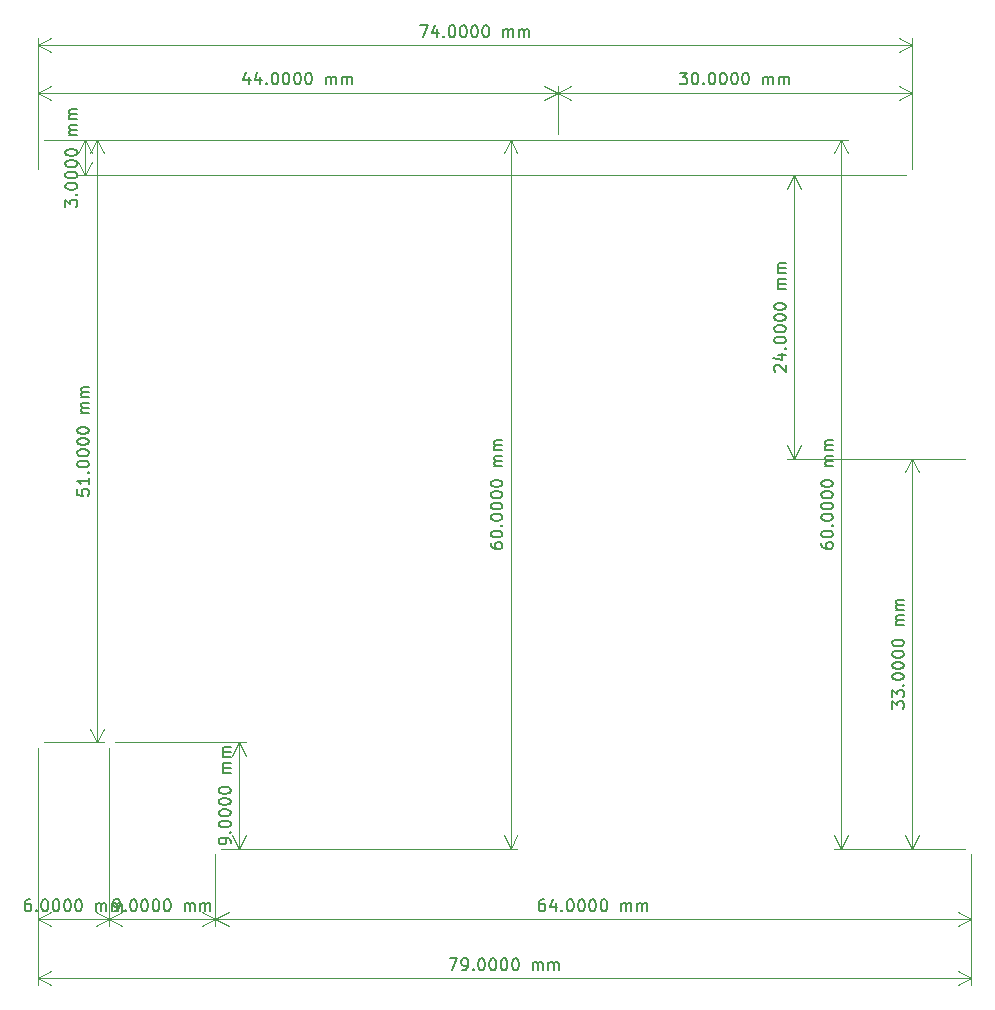
<source format=gbr>
%TF.GenerationSoftware,KiCad,Pcbnew,8.0.4-8.0.4-0~ubuntu22.04.1*%
%TF.CreationDate,2024-08-24T11:34:41-03:00*%
%TF.ProjectId,Antares-Transmitter,416e7461-7265-4732-9d54-72616e736d69,1.0.0*%
%TF.SameCoordinates,Original*%
%TF.FileFunction,Other,User*%
%FSLAX46Y46*%
G04 Gerber Fmt 4.6, Leading zero omitted, Abs format (unit mm)*
G04 Created by KiCad (PCBNEW 8.0.4-8.0.4-0~ubuntu22.04.1) date 2024-08-24 11:34:41*
%MOMM*%
%LPD*%
G01*
G04 APERTURE LIST*
%ADD10C,0.150000*%
%ADD11C,0.100000*%
G04 APERTURE END LIST*
D10*
X113333334Y-64942991D02*
X114000000Y-64942991D01*
X114000000Y-64942991D02*
X113571429Y-65942991D01*
X114809524Y-65276324D02*
X114809524Y-65942991D01*
X114571429Y-64895372D02*
X114333334Y-65609657D01*
X114333334Y-65609657D02*
X114952381Y-65609657D01*
X115333334Y-65847752D02*
X115380953Y-65895372D01*
X115380953Y-65895372D02*
X115333334Y-65942991D01*
X115333334Y-65942991D02*
X115285715Y-65895372D01*
X115285715Y-65895372D02*
X115333334Y-65847752D01*
X115333334Y-65847752D02*
X115333334Y-65942991D01*
X116000000Y-64942991D02*
X116095238Y-64942991D01*
X116095238Y-64942991D02*
X116190476Y-64990610D01*
X116190476Y-64990610D02*
X116238095Y-65038229D01*
X116238095Y-65038229D02*
X116285714Y-65133467D01*
X116285714Y-65133467D02*
X116333333Y-65323943D01*
X116333333Y-65323943D02*
X116333333Y-65562038D01*
X116333333Y-65562038D02*
X116285714Y-65752514D01*
X116285714Y-65752514D02*
X116238095Y-65847752D01*
X116238095Y-65847752D02*
X116190476Y-65895372D01*
X116190476Y-65895372D02*
X116095238Y-65942991D01*
X116095238Y-65942991D02*
X116000000Y-65942991D01*
X116000000Y-65942991D02*
X115904762Y-65895372D01*
X115904762Y-65895372D02*
X115857143Y-65847752D01*
X115857143Y-65847752D02*
X115809524Y-65752514D01*
X115809524Y-65752514D02*
X115761905Y-65562038D01*
X115761905Y-65562038D02*
X115761905Y-65323943D01*
X115761905Y-65323943D02*
X115809524Y-65133467D01*
X115809524Y-65133467D02*
X115857143Y-65038229D01*
X115857143Y-65038229D02*
X115904762Y-64990610D01*
X115904762Y-64990610D02*
X116000000Y-64942991D01*
X116952381Y-64942991D02*
X117047619Y-64942991D01*
X117047619Y-64942991D02*
X117142857Y-64990610D01*
X117142857Y-64990610D02*
X117190476Y-65038229D01*
X117190476Y-65038229D02*
X117238095Y-65133467D01*
X117238095Y-65133467D02*
X117285714Y-65323943D01*
X117285714Y-65323943D02*
X117285714Y-65562038D01*
X117285714Y-65562038D02*
X117238095Y-65752514D01*
X117238095Y-65752514D02*
X117190476Y-65847752D01*
X117190476Y-65847752D02*
X117142857Y-65895372D01*
X117142857Y-65895372D02*
X117047619Y-65942991D01*
X117047619Y-65942991D02*
X116952381Y-65942991D01*
X116952381Y-65942991D02*
X116857143Y-65895372D01*
X116857143Y-65895372D02*
X116809524Y-65847752D01*
X116809524Y-65847752D02*
X116761905Y-65752514D01*
X116761905Y-65752514D02*
X116714286Y-65562038D01*
X116714286Y-65562038D02*
X116714286Y-65323943D01*
X116714286Y-65323943D02*
X116761905Y-65133467D01*
X116761905Y-65133467D02*
X116809524Y-65038229D01*
X116809524Y-65038229D02*
X116857143Y-64990610D01*
X116857143Y-64990610D02*
X116952381Y-64942991D01*
X117904762Y-64942991D02*
X118000000Y-64942991D01*
X118000000Y-64942991D02*
X118095238Y-64990610D01*
X118095238Y-64990610D02*
X118142857Y-65038229D01*
X118142857Y-65038229D02*
X118190476Y-65133467D01*
X118190476Y-65133467D02*
X118238095Y-65323943D01*
X118238095Y-65323943D02*
X118238095Y-65562038D01*
X118238095Y-65562038D02*
X118190476Y-65752514D01*
X118190476Y-65752514D02*
X118142857Y-65847752D01*
X118142857Y-65847752D02*
X118095238Y-65895372D01*
X118095238Y-65895372D02*
X118000000Y-65942991D01*
X118000000Y-65942991D02*
X117904762Y-65942991D01*
X117904762Y-65942991D02*
X117809524Y-65895372D01*
X117809524Y-65895372D02*
X117761905Y-65847752D01*
X117761905Y-65847752D02*
X117714286Y-65752514D01*
X117714286Y-65752514D02*
X117666667Y-65562038D01*
X117666667Y-65562038D02*
X117666667Y-65323943D01*
X117666667Y-65323943D02*
X117714286Y-65133467D01*
X117714286Y-65133467D02*
X117761905Y-65038229D01*
X117761905Y-65038229D02*
X117809524Y-64990610D01*
X117809524Y-64990610D02*
X117904762Y-64942991D01*
X118857143Y-64942991D02*
X118952381Y-64942991D01*
X118952381Y-64942991D02*
X119047619Y-64990610D01*
X119047619Y-64990610D02*
X119095238Y-65038229D01*
X119095238Y-65038229D02*
X119142857Y-65133467D01*
X119142857Y-65133467D02*
X119190476Y-65323943D01*
X119190476Y-65323943D02*
X119190476Y-65562038D01*
X119190476Y-65562038D02*
X119142857Y-65752514D01*
X119142857Y-65752514D02*
X119095238Y-65847752D01*
X119095238Y-65847752D02*
X119047619Y-65895372D01*
X119047619Y-65895372D02*
X118952381Y-65942991D01*
X118952381Y-65942991D02*
X118857143Y-65942991D01*
X118857143Y-65942991D02*
X118761905Y-65895372D01*
X118761905Y-65895372D02*
X118714286Y-65847752D01*
X118714286Y-65847752D02*
X118666667Y-65752514D01*
X118666667Y-65752514D02*
X118619048Y-65562038D01*
X118619048Y-65562038D02*
X118619048Y-65323943D01*
X118619048Y-65323943D02*
X118666667Y-65133467D01*
X118666667Y-65133467D02*
X118714286Y-65038229D01*
X118714286Y-65038229D02*
X118761905Y-64990610D01*
X118761905Y-64990610D02*
X118857143Y-64942991D01*
X120380953Y-65942991D02*
X120380953Y-65276324D01*
X120380953Y-65371562D02*
X120428572Y-65323943D01*
X120428572Y-65323943D02*
X120523810Y-65276324D01*
X120523810Y-65276324D02*
X120666667Y-65276324D01*
X120666667Y-65276324D02*
X120761905Y-65323943D01*
X120761905Y-65323943D02*
X120809524Y-65419181D01*
X120809524Y-65419181D02*
X120809524Y-65942991D01*
X120809524Y-65419181D02*
X120857143Y-65323943D01*
X120857143Y-65323943D02*
X120952381Y-65276324D01*
X120952381Y-65276324D02*
X121095238Y-65276324D01*
X121095238Y-65276324D02*
X121190477Y-65323943D01*
X121190477Y-65323943D02*
X121238096Y-65419181D01*
X121238096Y-65419181D02*
X121238096Y-65942991D01*
X121714286Y-65942991D02*
X121714286Y-65276324D01*
X121714286Y-65371562D02*
X121761905Y-65323943D01*
X121761905Y-65323943D02*
X121857143Y-65276324D01*
X121857143Y-65276324D02*
X122000000Y-65276324D01*
X122000000Y-65276324D02*
X122095238Y-65323943D01*
X122095238Y-65323943D02*
X122142857Y-65419181D01*
X122142857Y-65419181D02*
X122142857Y-65942991D01*
X122142857Y-65419181D02*
X122190476Y-65323943D01*
X122190476Y-65323943D02*
X122285714Y-65276324D01*
X122285714Y-65276324D02*
X122428571Y-65276324D01*
X122428571Y-65276324D02*
X122523810Y-65323943D01*
X122523810Y-65323943D02*
X122571429Y-65419181D01*
X122571429Y-65419181D02*
X122571429Y-65942991D01*
D11*
X155000000Y-77138172D02*
X155000000Y-66051752D01*
X81000000Y-77138172D02*
X81000000Y-66051752D01*
X155000000Y-66638172D02*
X81000000Y-66638172D01*
X155000000Y-66638172D02*
X81000000Y-66638172D01*
X155000000Y-66638172D02*
X153873496Y-67224593D01*
X155000000Y-66638172D02*
X153873496Y-66051751D01*
X81000000Y-66638172D02*
X82126504Y-66051751D01*
X81000000Y-66638172D02*
X82126504Y-67224593D01*
D10*
X135333334Y-68942992D02*
X135952381Y-68942992D01*
X135952381Y-68942992D02*
X135619048Y-69323944D01*
X135619048Y-69323944D02*
X135761905Y-69323944D01*
X135761905Y-69323944D02*
X135857143Y-69371563D01*
X135857143Y-69371563D02*
X135904762Y-69419182D01*
X135904762Y-69419182D02*
X135952381Y-69514420D01*
X135952381Y-69514420D02*
X135952381Y-69752515D01*
X135952381Y-69752515D02*
X135904762Y-69847753D01*
X135904762Y-69847753D02*
X135857143Y-69895373D01*
X135857143Y-69895373D02*
X135761905Y-69942992D01*
X135761905Y-69942992D02*
X135476191Y-69942992D01*
X135476191Y-69942992D02*
X135380953Y-69895373D01*
X135380953Y-69895373D02*
X135333334Y-69847753D01*
X136571429Y-68942992D02*
X136666667Y-68942992D01*
X136666667Y-68942992D02*
X136761905Y-68990611D01*
X136761905Y-68990611D02*
X136809524Y-69038230D01*
X136809524Y-69038230D02*
X136857143Y-69133468D01*
X136857143Y-69133468D02*
X136904762Y-69323944D01*
X136904762Y-69323944D02*
X136904762Y-69562039D01*
X136904762Y-69562039D02*
X136857143Y-69752515D01*
X136857143Y-69752515D02*
X136809524Y-69847753D01*
X136809524Y-69847753D02*
X136761905Y-69895373D01*
X136761905Y-69895373D02*
X136666667Y-69942992D01*
X136666667Y-69942992D02*
X136571429Y-69942992D01*
X136571429Y-69942992D02*
X136476191Y-69895373D01*
X136476191Y-69895373D02*
X136428572Y-69847753D01*
X136428572Y-69847753D02*
X136380953Y-69752515D01*
X136380953Y-69752515D02*
X136333334Y-69562039D01*
X136333334Y-69562039D02*
X136333334Y-69323944D01*
X136333334Y-69323944D02*
X136380953Y-69133468D01*
X136380953Y-69133468D02*
X136428572Y-69038230D01*
X136428572Y-69038230D02*
X136476191Y-68990611D01*
X136476191Y-68990611D02*
X136571429Y-68942992D01*
X137333334Y-69847753D02*
X137380953Y-69895373D01*
X137380953Y-69895373D02*
X137333334Y-69942992D01*
X137333334Y-69942992D02*
X137285715Y-69895373D01*
X137285715Y-69895373D02*
X137333334Y-69847753D01*
X137333334Y-69847753D02*
X137333334Y-69942992D01*
X138000000Y-68942992D02*
X138095238Y-68942992D01*
X138095238Y-68942992D02*
X138190476Y-68990611D01*
X138190476Y-68990611D02*
X138238095Y-69038230D01*
X138238095Y-69038230D02*
X138285714Y-69133468D01*
X138285714Y-69133468D02*
X138333333Y-69323944D01*
X138333333Y-69323944D02*
X138333333Y-69562039D01*
X138333333Y-69562039D02*
X138285714Y-69752515D01*
X138285714Y-69752515D02*
X138238095Y-69847753D01*
X138238095Y-69847753D02*
X138190476Y-69895373D01*
X138190476Y-69895373D02*
X138095238Y-69942992D01*
X138095238Y-69942992D02*
X138000000Y-69942992D01*
X138000000Y-69942992D02*
X137904762Y-69895373D01*
X137904762Y-69895373D02*
X137857143Y-69847753D01*
X137857143Y-69847753D02*
X137809524Y-69752515D01*
X137809524Y-69752515D02*
X137761905Y-69562039D01*
X137761905Y-69562039D02*
X137761905Y-69323944D01*
X137761905Y-69323944D02*
X137809524Y-69133468D01*
X137809524Y-69133468D02*
X137857143Y-69038230D01*
X137857143Y-69038230D02*
X137904762Y-68990611D01*
X137904762Y-68990611D02*
X138000000Y-68942992D01*
X138952381Y-68942992D02*
X139047619Y-68942992D01*
X139047619Y-68942992D02*
X139142857Y-68990611D01*
X139142857Y-68990611D02*
X139190476Y-69038230D01*
X139190476Y-69038230D02*
X139238095Y-69133468D01*
X139238095Y-69133468D02*
X139285714Y-69323944D01*
X139285714Y-69323944D02*
X139285714Y-69562039D01*
X139285714Y-69562039D02*
X139238095Y-69752515D01*
X139238095Y-69752515D02*
X139190476Y-69847753D01*
X139190476Y-69847753D02*
X139142857Y-69895373D01*
X139142857Y-69895373D02*
X139047619Y-69942992D01*
X139047619Y-69942992D02*
X138952381Y-69942992D01*
X138952381Y-69942992D02*
X138857143Y-69895373D01*
X138857143Y-69895373D02*
X138809524Y-69847753D01*
X138809524Y-69847753D02*
X138761905Y-69752515D01*
X138761905Y-69752515D02*
X138714286Y-69562039D01*
X138714286Y-69562039D02*
X138714286Y-69323944D01*
X138714286Y-69323944D02*
X138761905Y-69133468D01*
X138761905Y-69133468D02*
X138809524Y-69038230D01*
X138809524Y-69038230D02*
X138857143Y-68990611D01*
X138857143Y-68990611D02*
X138952381Y-68942992D01*
X139904762Y-68942992D02*
X140000000Y-68942992D01*
X140000000Y-68942992D02*
X140095238Y-68990611D01*
X140095238Y-68990611D02*
X140142857Y-69038230D01*
X140142857Y-69038230D02*
X140190476Y-69133468D01*
X140190476Y-69133468D02*
X140238095Y-69323944D01*
X140238095Y-69323944D02*
X140238095Y-69562039D01*
X140238095Y-69562039D02*
X140190476Y-69752515D01*
X140190476Y-69752515D02*
X140142857Y-69847753D01*
X140142857Y-69847753D02*
X140095238Y-69895373D01*
X140095238Y-69895373D02*
X140000000Y-69942992D01*
X140000000Y-69942992D02*
X139904762Y-69942992D01*
X139904762Y-69942992D02*
X139809524Y-69895373D01*
X139809524Y-69895373D02*
X139761905Y-69847753D01*
X139761905Y-69847753D02*
X139714286Y-69752515D01*
X139714286Y-69752515D02*
X139666667Y-69562039D01*
X139666667Y-69562039D02*
X139666667Y-69323944D01*
X139666667Y-69323944D02*
X139714286Y-69133468D01*
X139714286Y-69133468D02*
X139761905Y-69038230D01*
X139761905Y-69038230D02*
X139809524Y-68990611D01*
X139809524Y-68990611D02*
X139904762Y-68942992D01*
X140857143Y-68942992D02*
X140952381Y-68942992D01*
X140952381Y-68942992D02*
X141047619Y-68990611D01*
X141047619Y-68990611D02*
X141095238Y-69038230D01*
X141095238Y-69038230D02*
X141142857Y-69133468D01*
X141142857Y-69133468D02*
X141190476Y-69323944D01*
X141190476Y-69323944D02*
X141190476Y-69562039D01*
X141190476Y-69562039D02*
X141142857Y-69752515D01*
X141142857Y-69752515D02*
X141095238Y-69847753D01*
X141095238Y-69847753D02*
X141047619Y-69895373D01*
X141047619Y-69895373D02*
X140952381Y-69942992D01*
X140952381Y-69942992D02*
X140857143Y-69942992D01*
X140857143Y-69942992D02*
X140761905Y-69895373D01*
X140761905Y-69895373D02*
X140714286Y-69847753D01*
X140714286Y-69847753D02*
X140666667Y-69752515D01*
X140666667Y-69752515D02*
X140619048Y-69562039D01*
X140619048Y-69562039D02*
X140619048Y-69323944D01*
X140619048Y-69323944D02*
X140666667Y-69133468D01*
X140666667Y-69133468D02*
X140714286Y-69038230D01*
X140714286Y-69038230D02*
X140761905Y-68990611D01*
X140761905Y-68990611D02*
X140857143Y-68942992D01*
X142380953Y-69942992D02*
X142380953Y-69276325D01*
X142380953Y-69371563D02*
X142428572Y-69323944D01*
X142428572Y-69323944D02*
X142523810Y-69276325D01*
X142523810Y-69276325D02*
X142666667Y-69276325D01*
X142666667Y-69276325D02*
X142761905Y-69323944D01*
X142761905Y-69323944D02*
X142809524Y-69419182D01*
X142809524Y-69419182D02*
X142809524Y-69942992D01*
X142809524Y-69419182D02*
X142857143Y-69323944D01*
X142857143Y-69323944D02*
X142952381Y-69276325D01*
X142952381Y-69276325D02*
X143095238Y-69276325D01*
X143095238Y-69276325D02*
X143190477Y-69323944D01*
X143190477Y-69323944D02*
X143238096Y-69419182D01*
X143238096Y-69419182D02*
X143238096Y-69942992D01*
X143714286Y-69942992D02*
X143714286Y-69276325D01*
X143714286Y-69371563D02*
X143761905Y-69323944D01*
X143761905Y-69323944D02*
X143857143Y-69276325D01*
X143857143Y-69276325D02*
X144000000Y-69276325D01*
X144000000Y-69276325D02*
X144095238Y-69323944D01*
X144095238Y-69323944D02*
X144142857Y-69419182D01*
X144142857Y-69419182D02*
X144142857Y-69942992D01*
X144142857Y-69419182D02*
X144190476Y-69323944D01*
X144190476Y-69323944D02*
X144285714Y-69276325D01*
X144285714Y-69276325D02*
X144428571Y-69276325D01*
X144428571Y-69276325D02*
X144523810Y-69323944D01*
X144523810Y-69323944D02*
X144571429Y-69419182D01*
X144571429Y-69419182D02*
X144571429Y-69942992D01*
D11*
X125000000Y-74138172D02*
X125000000Y-70051753D01*
X155000000Y-74138172D02*
X155000000Y-70051753D01*
X125000000Y-70638173D02*
X155000000Y-70638173D01*
X125000000Y-70638173D02*
X155000000Y-70638173D01*
X125000000Y-70638173D02*
X126126504Y-70051752D01*
X125000000Y-70638173D02*
X126126504Y-71224594D01*
X155000000Y-70638173D02*
X153873496Y-71224594D01*
X155000000Y-70638173D02*
X153873496Y-70051752D01*
D10*
X98857143Y-69276324D02*
X98857143Y-69942991D01*
X98619048Y-68895372D02*
X98380953Y-69609657D01*
X98380953Y-69609657D02*
X99000000Y-69609657D01*
X99809524Y-69276324D02*
X99809524Y-69942991D01*
X99571429Y-68895372D02*
X99333334Y-69609657D01*
X99333334Y-69609657D02*
X99952381Y-69609657D01*
X100333334Y-69847752D02*
X100380953Y-69895372D01*
X100380953Y-69895372D02*
X100333334Y-69942991D01*
X100333334Y-69942991D02*
X100285715Y-69895372D01*
X100285715Y-69895372D02*
X100333334Y-69847752D01*
X100333334Y-69847752D02*
X100333334Y-69942991D01*
X101000000Y-68942991D02*
X101095238Y-68942991D01*
X101095238Y-68942991D02*
X101190476Y-68990610D01*
X101190476Y-68990610D02*
X101238095Y-69038229D01*
X101238095Y-69038229D02*
X101285714Y-69133467D01*
X101285714Y-69133467D02*
X101333333Y-69323943D01*
X101333333Y-69323943D02*
X101333333Y-69562038D01*
X101333333Y-69562038D02*
X101285714Y-69752514D01*
X101285714Y-69752514D02*
X101238095Y-69847752D01*
X101238095Y-69847752D02*
X101190476Y-69895372D01*
X101190476Y-69895372D02*
X101095238Y-69942991D01*
X101095238Y-69942991D02*
X101000000Y-69942991D01*
X101000000Y-69942991D02*
X100904762Y-69895372D01*
X100904762Y-69895372D02*
X100857143Y-69847752D01*
X100857143Y-69847752D02*
X100809524Y-69752514D01*
X100809524Y-69752514D02*
X100761905Y-69562038D01*
X100761905Y-69562038D02*
X100761905Y-69323943D01*
X100761905Y-69323943D02*
X100809524Y-69133467D01*
X100809524Y-69133467D02*
X100857143Y-69038229D01*
X100857143Y-69038229D02*
X100904762Y-68990610D01*
X100904762Y-68990610D02*
X101000000Y-68942991D01*
X101952381Y-68942991D02*
X102047619Y-68942991D01*
X102047619Y-68942991D02*
X102142857Y-68990610D01*
X102142857Y-68990610D02*
X102190476Y-69038229D01*
X102190476Y-69038229D02*
X102238095Y-69133467D01*
X102238095Y-69133467D02*
X102285714Y-69323943D01*
X102285714Y-69323943D02*
X102285714Y-69562038D01*
X102285714Y-69562038D02*
X102238095Y-69752514D01*
X102238095Y-69752514D02*
X102190476Y-69847752D01*
X102190476Y-69847752D02*
X102142857Y-69895372D01*
X102142857Y-69895372D02*
X102047619Y-69942991D01*
X102047619Y-69942991D02*
X101952381Y-69942991D01*
X101952381Y-69942991D02*
X101857143Y-69895372D01*
X101857143Y-69895372D02*
X101809524Y-69847752D01*
X101809524Y-69847752D02*
X101761905Y-69752514D01*
X101761905Y-69752514D02*
X101714286Y-69562038D01*
X101714286Y-69562038D02*
X101714286Y-69323943D01*
X101714286Y-69323943D02*
X101761905Y-69133467D01*
X101761905Y-69133467D02*
X101809524Y-69038229D01*
X101809524Y-69038229D02*
X101857143Y-68990610D01*
X101857143Y-68990610D02*
X101952381Y-68942991D01*
X102904762Y-68942991D02*
X103000000Y-68942991D01*
X103000000Y-68942991D02*
X103095238Y-68990610D01*
X103095238Y-68990610D02*
X103142857Y-69038229D01*
X103142857Y-69038229D02*
X103190476Y-69133467D01*
X103190476Y-69133467D02*
X103238095Y-69323943D01*
X103238095Y-69323943D02*
X103238095Y-69562038D01*
X103238095Y-69562038D02*
X103190476Y-69752514D01*
X103190476Y-69752514D02*
X103142857Y-69847752D01*
X103142857Y-69847752D02*
X103095238Y-69895372D01*
X103095238Y-69895372D02*
X103000000Y-69942991D01*
X103000000Y-69942991D02*
X102904762Y-69942991D01*
X102904762Y-69942991D02*
X102809524Y-69895372D01*
X102809524Y-69895372D02*
X102761905Y-69847752D01*
X102761905Y-69847752D02*
X102714286Y-69752514D01*
X102714286Y-69752514D02*
X102666667Y-69562038D01*
X102666667Y-69562038D02*
X102666667Y-69323943D01*
X102666667Y-69323943D02*
X102714286Y-69133467D01*
X102714286Y-69133467D02*
X102761905Y-69038229D01*
X102761905Y-69038229D02*
X102809524Y-68990610D01*
X102809524Y-68990610D02*
X102904762Y-68942991D01*
X103857143Y-68942991D02*
X103952381Y-68942991D01*
X103952381Y-68942991D02*
X104047619Y-68990610D01*
X104047619Y-68990610D02*
X104095238Y-69038229D01*
X104095238Y-69038229D02*
X104142857Y-69133467D01*
X104142857Y-69133467D02*
X104190476Y-69323943D01*
X104190476Y-69323943D02*
X104190476Y-69562038D01*
X104190476Y-69562038D02*
X104142857Y-69752514D01*
X104142857Y-69752514D02*
X104095238Y-69847752D01*
X104095238Y-69847752D02*
X104047619Y-69895372D01*
X104047619Y-69895372D02*
X103952381Y-69942991D01*
X103952381Y-69942991D02*
X103857143Y-69942991D01*
X103857143Y-69942991D02*
X103761905Y-69895372D01*
X103761905Y-69895372D02*
X103714286Y-69847752D01*
X103714286Y-69847752D02*
X103666667Y-69752514D01*
X103666667Y-69752514D02*
X103619048Y-69562038D01*
X103619048Y-69562038D02*
X103619048Y-69323943D01*
X103619048Y-69323943D02*
X103666667Y-69133467D01*
X103666667Y-69133467D02*
X103714286Y-69038229D01*
X103714286Y-69038229D02*
X103761905Y-68990610D01*
X103761905Y-68990610D02*
X103857143Y-68942991D01*
X105380953Y-69942991D02*
X105380953Y-69276324D01*
X105380953Y-69371562D02*
X105428572Y-69323943D01*
X105428572Y-69323943D02*
X105523810Y-69276324D01*
X105523810Y-69276324D02*
X105666667Y-69276324D01*
X105666667Y-69276324D02*
X105761905Y-69323943D01*
X105761905Y-69323943D02*
X105809524Y-69419181D01*
X105809524Y-69419181D02*
X105809524Y-69942991D01*
X105809524Y-69419181D02*
X105857143Y-69323943D01*
X105857143Y-69323943D02*
X105952381Y-69276324D01*
X105952381Y-69276324D02*
X106095238Y-69276324D01*
X106095238Y-69276324D02*
X106190477Y-69323943D01*
X106190477Y-69323943D02*
X106238096Y-69419181D01*
X106238096Y-69419181D02*
X106238096Y-69942991D01*
X106714286Y-69942991D02*
X106714286Y-69276324D01*
X106714286Y-69371562D02*
X106761905Y-69323943D01*
X106761905Y-69323943D02*
X106857143Y-69276324D01*
X106857143Y-69276324D02*
X107000000Y-69276324D01*
X107000000Y-69276324D02*
X107095238Y-69323943D01*
X107095238Y-69323943D02*
X107142857Y-69419181D01*
X107142857Y-69419181D02*
X107142857Y-69942991D01*
X107142857Y-69419181D02*
X107190476Y-69323943D01*
X107190476Y-69323943D02*
X107285714Y-69276324D01*
X107285714Y-69276324D02*
X107428571Y-69276324D01*
X107428571Y-69276324D02*
X107523810Y-69323943D01*
X107523810Y-69323943D02*
X107571429Y-69419181D01*
X107571429Y-69419181D02*
X107571429Y-69942991D01*
D11*
X81000000Y-74138172D02*
X81000000Y-70051752D01*
X125000000Y-74138172D02*
X125000000Y-70051752D01*
X81000000Y-70638172D02*
X125000000Y-70638172D01*
X81000000Y-70638172D02*
X125000000Y-70638172D01*
X81000000Y-70638172D02*
X82126504Y-70051751D01*
X81000000Y-70638172D02*
X82126504Y-71224593D01*
X125000000Y-70638172D02*
X123873496Y-71224593D01*
X125000000Y-70638172D02*
X123873496Y-70051751D01*
D10*
X83304819Y-80328647D02*
X83304819Y-79709600D01*
X83304819Y-79709600D02*
X83685771Y-80042933D01*
X83685771Y-80042933D02*
X83685771Y-79900076D01*
X83685771Y-79900076D02*
X83733390Y-79804838D01*
X83733390Y-79804838D02*
X83781009Y-79757219D01*
X83781009Y-79757219D02*
X83876247Y-79709600D01*
X83876247Y-79709600D02*
X84114342Y-79709600D01*
X84114342Y-79709600D02*
X84209580Y-79757219D01*
X84209580Y-79757219D02*
X84257200Y-79804838D01*
X84257200Y-79804838D02*
X84304819Y-79900076D01*
X84304819Y-79900076D02*
X84304819Y-80185790D01*
X84304819Y-80185790D02*
X84257200Y-80281028D01*
X84257200Y-80281028D02*
X84209580Y-80328647D01*
X84209580Y-79281028D02*
X84257200Y-79233409D01*
X84257200Y-79233409D02*
X84304819Y-79281028D01*
X84304819Y-79281028D02*
X84257200Y-79328647D01*
X84257200Y-79328647D02*
X84209580Y-79281028D01*
X84209580Y-79281028D02*
X84304819Y-79281028D01*
X83304819Y-78614362D02*
X83304819Y-78519124D01*
X83304819Y-78519124D02*
X83352438Y-78423886D01*
X83352438Y-78423886D02*
X83400057Y-78376267D01*
X83400057Y-78376267D02*
X83495295Y-78328648D01*
X83495295Y-78328648D02*
X83685771Y-78281029D01*
X83685771Y-78281029D02*
X83923866Y-78281029D01*
X83923866Y-78281029D02*
X84114342Y-78328648D01*
X84114342Y-78328648D02*
X84209580Y-78376267D01*
X84209580Y-78376267D02*
X84257200Y-78423886D01*
X84257200Y-78423886D02*
X84304819Y-78519124D01*
X84304819Y-78519124D02*
X84304819Y-78614362D01*
X84304819Y-78614362D02*
X84257200Y-78709600D01*
X84257200Y-78709600D02*
X84209580Y-78757219D01*
X84209580Y-78757219D02*
X84114342Y-78804838D01*
X84114342Y-78804838D02*
X83923866Y-78852457D01*
X83923866Y-78852457D02*
X83685771Y-78852457D01*
X83685771Y-78852457D02*
X83495295Y-78804838D01*
X83495295Y-78804838D02*
X83400057Y-78757219D01*
X83400057Y-78757219D02*
X83352438Y-78709600D01*
X83352438Y-78709600D02*
X83304819Y-78614362D01*
X83304819Y-77661981D02*
X83304819Y-77566743D01*
X83304819Y-77566743D02*
X83352438Y-77471505D01*
X83352438Y-77471505D02*
X83400057Y-77423886D01*
X83400057Y-77423886D02*
X83495295Y-77376267D01*
X83495295Y-77376267D02*
X83685771Y-77328648D01*
X83685771Y-77328648D02*
X83923866Y-77328648D01*
X83923866Y-77328648D02*
X84114342Y-77376267D01*
X84114342Y-77376267D02*
X84209580Y-77423886D01*
X84209580Y-77423886D02*
X84257200Y-77471505D01*
X84257200Y-77471505D02*
X84304819Y-77566743D01*
X84304819Y-77566743D02*
X84304819Y-77661981D01*
X84304819Y-77661981D02*
X84257200Y-77757219D01*
X84257200Y-77757219D02*
X84209580Y-77804838D01*
X84209580Y-77804838D02*
X84114342Y-77852457D01*
X84114342Y-77852457D02*
X83923866Y-77900076D01*
X83923866Y-77900076D02*
X83685771Y-77900076D01*
X83685771Y-77900076D02*
X83495295Y-77852457D01*
X83495295Y-77852457D02*
X83400057Y-77804838D01*
X83400057Y-77804838D02*
X83352438Y-77757219D01*
X83352438Y-77757219D02*
X83304819Y-77661981D01*
X83304819Y-76709600D02*
X83304819Y-76614362D01*
X83304819Y-76614362D02*
X83352438Y-76519124D01*
X83352438Y-76519124D02*
X83400057Y-76471505D01*
X83400057Y-76471505D02*
X83495295Y-76423886D01*
X83495295Y-76423886D02*
X83685771Y-76376267D01*
X83685771Y-76376267D02*
X83923866Y-76376267D01*
X83923866Y-76376267D02*
X84114342Y-76423886D01*
X84114342Y-76423886D02*
X84209580Y-76471505D01*
X84209580Y-76471505D02*
X84257200Y-76519124D01*
X84257200Y-76519124D02*
X84304819Y-76614362D01*
X84304819Y-76614362D02*
X84304819Y-76709600D01*
X84304819Y-76709600D02*
X84257200Y-76804838D01*
X84257200Y-76804838D02*
X84209580Y-76852457D01*
X84209580Y-76852457D02*
X84114342Y-76900076D01*
X84114342Y-76900076D02*
X83923866Y-76947695D01*
X83923866Y-76947695D02*
X83685771Y-76947695D01*
X83685771Y-76947695D02*
X83495295Y-76900076D01*
X83495295Y-76900076D02*
X83400057Y-76852457D01*
X83400057Y-76852457D02*
X83352438Y-76804838D01*
X83352438Y-76804838D02*
X83304819Y-76709600D01*
X83304819Y-75757219D02*
X83304819Y-75661981D01*
X83304819Y-75661981D02*
X83352438Y-75566743D01*
X83352438Y-75566743D02*
X83400057Y-75519124D01*
X83400057Y-75519124D02*
X83495295Y-75471505D01*
X83495295Y-75471505D02*
X83685771Y-75423886D01*
X83685771Y-75423886D02*
X83923866Y-75423886D01*
X83923866Y-75423886D02*
X84114342Y-75471505D01*
X84114342Y-75471505D02*
X84209580Y-75519124D01*
X84209580Y-75519124D02*
X84257200Y-75566743D01*
X84257200Y-75566743D02*
X84304819Y-75661981D01*
X84304819Y-75661981D02*
X84304819Y-75757219D01*
X84304819Y-75757219D02*
X84257200Y-75852457D01*
X84257200Y-75852457D02*
X84209580Y-75900076D01*
X84209580Y-75900076D02*
X84114342Y-75947695D01*
X84114342Y-75947695D02*
X83923866Y-75995314D01*
X83923866Y-75995314D02*
X83685771Y-75995314D01*
X83685771Y-75995314D02*
X83495295Y-75947695D01*
X83495295Y-75947695D02*
X83400057Y-75900076D01*
X83400057Y-75900076D02*
X83352438Y-75852457D01*
X83352438Y-75852457D02*
X83304819Y-75757219D01*
X84304819Y-74233409D02*
X83638152Y-74233409D01*
X83733390Y-74233409D02*
X83685771Y-74185790D01*
X83685771Y-74185790D02*
X83638152Y-74090552D01*
X83638152Y-74090552D02*
X83638152Y-73947695D01*
X83638152Y-73947695D02*
X83685771Y-73852457D01*
X83685771Y-73852457D02*
X83781009Y-73804838D01*
X83781009Y-73804838D02*
X84304819Y-73804838D01*
X83781009Y-73804838D02*
X83685771Y-73757219D01*
X83685771Y-73757219D02*
X83638152Y-73661981D01*
X83638152Y-73661981D02*
X83638152Y-73519124D01*
X83638152Y-73519124D02*
X83685771Y-73423885D01*
X83685771Y-73423885D02*
X83781009Y-73376266D01*
X83781009Y-73376266D02*
X84304819Y-73376266D01*
X84304819Y-72900076D02*
X83638152Y-72900076D01*
X83733390Y-72900076D02*
X83685771Y-72852457D01*
X83685771Y-72852457D02*
X83638152Y-72757219D01*
X83638152Y-72757219D02*
X83638152Y-72614362D01*
X83638152Y-72614362D02*
X83685771Y-72519124D01*
X83685771Y-72519124D02*
X83781009Y-72471505D01*
X83781009Y-72471505D02*
X84304819Y-72471505D01*
X83781009Y-72471505D02*
X83685771Y-72423886D01*
X83685771Y-72423886D02*
X83638152Y-72328648D01*
X83638152Y-72328648D02*
X83638152Y-72185791D01*
X83638152Y-72185791D02*
X83685771Y-72090552D01*
X83685771Y-72090552D02*
X83781009Y-72042933D01*
X83781009Y-72042933D02*
X84304819Y-72042933D01*
D11*
X124500000Y-74638172D02*
X84413580Y-74638172D01*
X84413580Y-77638172D02*
X154500000Y-77638172D01*
X85000000Y-74638172D02*
X85000000Y-77638172D01*
X85000000Y-74638172D02*
X85000000Y-77638172D01*
X85000000Y-74638172D02*
X85586421Y-75764676D01*
X85000000Y-74638172D02*
X84413579Y-75764676D01*
X85000000Y-77638172D02*
X84413579Y-76511668D01*
X85000000Y-77638172D02*
X85586421Y-76511668D01*
D10*
X153304819Y-122804837D02*
X153304819Y-122185790D01*
X153304819Y-122185790D02*
X153685771Y-122519123D01*
X153685771Y-122519123D02*
X153685771Y-122376266D01*
X153685771Y-122376266D02*
X153733390Y-122281028D01*
X153733390Y-122281028D02*
X153781009Y-122233409D01*
X153781009Y-122233409D02*
X153876247Y-122185790D01*
X153876247Y-122185790D02*
X154114342Y-122185790D01*
X154114342Y-122185790D02*
X154209580Y-122233409D01*
X154209580Y-122233409D02*
X154257200Y-122281028D01*
X154257200Y-122281028D02*
X154304819Y-122376266D01*
X154304819Y-122376266D02*
X154304819Y-122661980D01*
X154304819Y-122661980D02*
X154257200Y-122757218D01*
X154257200Y-122757218D02*
X154209580Y-122804837D01*
X153304819Y-121852456D02*
X153304819Y-121233409D01*
X153304819Y-121233409D02*
X153685771Y-121566742D01*
X153685771Y-121566742D02*
X153685771Y-121423885D01*
X153685771Y-121423885D02*
X153733390Y-121328647D01*
X153733390Y-121328647D02*
X153781009Y-121281028D01*
X153781009Y-121281028D02*
X153876247Y-121233409D01*
X153876247Y-121233409D02*
X154114342Y-121233409D01*
X154114342Y-121233409D02*
X154209580Y-121281028D01*
X154209580Y-121281028D02*
X154257200Y-121328647D01*
X154257200Y-121328647D02*
X154304819Y-121423885D01*
X154304819Y-121423885D02*
X154304819Y-121709599D01*
X154304819Y-121709599D02*
X154257200Y-121804837D01*
X154257200Y-121804837D02*
X154209580Y-121852456D01*
X154209580Y-120804837D02*
X154257200Y-120757218D01*
X154257200Y-120757218D02*
X154304819Y-120804837D01*
X154304819Y-120804837D02*
X154257200Y-120852456D01*
X154257200Y-120852456D02*
X154209580Y-120804837D01*
X154209580Y-120804837D02*
X154304819Y-120804837D01*
X153304819Y-120138171D02*
X153304819Y-120042933D01*
X153304819Y-120042933D02*
X153352438Y-119947695D01*
X153352438Y-119947695D02*
X153400057Y-119900076D01*
X153400057Y-119900076D02*
X153495295Y-119852457D01*
X153495295Y-119852457D02*
X153685771Y-119804838D01*
X153685771Y-119804838D02*
X153923866Y-119804838D01*
X153923866Y-119804838D02*
X154114342Y-119852457D01*
X154114342Y-119852457D02*
X154209580Y-119900076D01*
X154209580Y-119900076D02*
X154257200Y-119947695D01*
X154257200Y-119947695D02*
X154304819Y-120042933D01*
X154304819Y-120042933D02*
X154304819Y-120138171D01*
X154304819Y-120138171D02*
X154257200Y-120233409D01*
X154257200Y-120233409D02*
X154209580Y-120281028D01*
X154209580Y-120281028D02*
X154114342Y-120328647D01*
X154114342Y-120328647D02*
X153923866Y-120376266D01*
X153923866Y-120376266D02*
X153685771Y-120376266D01*
X153685771Y-120376266D02*
X153495295Y-120328647D01*
X153495295Y-120328647D02*
X153400057Y-120281028D01*
X153400057Y-120281028D02*
X153352438Y-120233409D01*
X153352438Y-120233409D02*
X153304819Y-120138171D01*
X153304819Y-119185790D02*
X153304819Y-119090552D01*
X153304819Y-119090552D02*
X153352438Y-118995314D01*
X153352438Y-118995314D02*
X153400057Y-118947695D01*
X153400057Y-118947695D02*
X153495295Y-118900076D01*
X153495295Y-118900076D02*
X153685771Y-118852457D01*
X153685771Y-118852457D02*
X153923866Y-118852457D01*
X153923866Y-118852457D02*
X154114342Y-118900076D01*
X154114342Y-118900076D02*
X154209580Y-118947695D01*
X154209580Y-118947695D02*
X154257200Y-118995314D01*
X154257200Y-118995314D02*
X154304819Y-119090552D01*
X154304819Y-119090552D02*
X154304819Y-119185790D01*
X154304819Y-119185790D02*
X154257200Y-119281028D01*
X154257200Y-119281028D02*
X154209580Y-119328647D01*
X154209580Y-119328647D02*
X154114342Y-119376266D01*
X154114342Y-119376266D02*
X153923866Y-119423885D01*
X153923866Y-119423885D02*
X153685771Y-119423885D01*
X153685771Y-119423885D02*
X153495295Y-119376266D01*
X153495295Y-119376266D02*
X153400057Y-119328647D01*
X153400057Y-119328647D02*
X153352438Y-119281028D01*
X153352438Y-119281028D02*
X153304819Y-119185790D01*
X153304819Y-118233409D02*
X153304819Y-118138171D01*
X153304819Y-118138171D02*
X153352438Y-118042933D01*
X153352438Y-118042933D02*
X153400057Y-117995314D01*
X153400057Y-117995314D02*
X153495295Y-117947695D01*
X153495295Y-117947695D02*
X153685771Y-117900076D01*
X153685771Y-117900076D02*
X153923866Y-117900076D01*
X153923866Y-117900076D02*
X154114342Y-117947695D01*
X154114342Y-117947695D02*
X154209580Y-117995314D01*
X154209580Y-117995314D02*
X154257200Y-118042933D01*
X154257200Y-118042933D02*
X154304819Y-118138171D01*
X154304819Y-118138171D02*
X154304819Y-118233409D01*
X154304819Y-118233409D02*
X154257200Y-118328647D01*
X154257200Y-118328647D02*
X154209580Y-118376266D01*
X154209580Y-118376266D02*
X154114342Y-118423885D01*
X154114342Y-118423885D02*
X153923866Y-118471504D01*
X153923866Y-118471504D02*
X153685771Y-118471504D01*
X153685771Y-118471504D02*
X153495295Y-118423885D01*
X153495295Y-118423885D02*
X153400057Y-118376266D01*
X153400057Y-118376266D02*
X153352438Y-118328647D01*
X153352438Y-118328647D02*
X153304819Y-118233409D01*
X153304819Y-117281028D02*
X153304819Y-117185790D01*
X153304819Y-117185790D02*
X153352438Y-117090552D01*
X153352438Y-117090552D02*
X153400057Y-117042933D01*
X153400057Y-117042933D02*
X153495295Y-116995314D01*
X153495295Y-116995314D02*
X153685771Y-116947695D01*
X153685771Y-116947695D02*
X153923866Y-116947695D01*
X153923866Y-116947695D02*
X154114342Y-116995314D01*
X154114342Y-116995314D02*
X154209580Y-117042933D01*
X154209580Y-117042933D02*
X154257200Y-117090552D01*
X154257200Y-117090552D02*
X154304819Y-117185790D01*
X154304819Y-117185790D02*
X154304819Y-117281028D01*
X154304819Y-117281028D02*
X154257200Y-117376266D01*
X154257200Y-117376266D02*
X154209580Y-117423885D01*
X154209580Y-117423885D02*
X154114342Y-117471504D01*
X154114342Y-117471504D02*
X153923866Y-117519123D01*
X153923866Y-117519123D02*
X153685771Y-117519123D01*
X153685771Y-117519123D02*
X153495295Y-117471504D01*
X153495295Y-117471504D02*
X153400057Y-117423885D01*
X153400057Y-117423885D02*
X153352438Y-117376266D01*
X153352438Y-117376266D02*
X153304819Y-117281028D01*
X154304819Y-115757218D02*
X153638152Y-115757218D01*
X153733390Y-115757218D02*
X153685771Y-115709599D01*
X153685771Y-115709599D02*
X153638152Y-115614361D01*
X153638152Y-115614361D02*
X153638152Y-115471504D01*
X153638152Y-115471504D02*
X153685771Y-115376266D01*
X153685771Y-115376266D02*
X153781009Y-115328647D01*
X153781009Y-115328647D02*
X154304819Y-115328647D01*
X153781009Y-115328647D02*
X153685771Y-115281028D01*
X153685771Y-115281028D02*
X153638152Y-115185790D01*
X153638152Y-115185790D02*
X153638152Y-115042933D01*
X153638152Y-115042933D02*
X153685771Y-114947694D01*
X153685771Y-114947694D02*
X153781009Y-114900075D01*
X153781009Y-114900075D02*
X154304819Y-114900075D01*
X154304819Y-114423885D02*
X153638152Y-114423885D01*
X153733390Y-114423885D02*
X153685771Y-114376266D01*
X153685771Y-114376266D02*
X153638152Y-114281028D01*
X153638152Y-114281028D02*
X153638152Y-114138171D01*
X153638152Y-114138171D02*
X153685771Y-114042933D01*
X153685771Y-114042933D02*
X153781009Y-113995314D01*
X153781009Y-113995314D02*
X154304819Y-113995314D01*
X153781009Y-113995314D02*
X153685771Y-113947695D01*
X153685771Y-113947695D02*
X153638152Y-113852457D01*
X153638152Y-113852457D02*
X153638152Y-113709600D01*
X153638152Y-113709600D02*
X153685771Y-113614361D01*
X153685771Y-113614361D02*
X153781009Y-113566742D01*
X153781009Y-113566742D02*
X154304819Y-113566742D01*
D11*
X159500000Y-101638172D02*
X154413580Y-101638172D01*
X154413580Y-134638172D02*
X159500000Y-134638172D01*
X155000000Y-101638172D02*
X155000000Y-134638172D01*
X155000000Y-101638172D02*
X155000000Y-134638172D01*
X155000000Y-101638172D02*
X155586421Y-102764676D01*
X155000000Y-101638172D02*
X154413579Y-102764676D01*
X155000000Y-134638172D02*
X154413579Y-133511668D01*
X155000000Y-134638172D02*
X155586421Y-133511668D01*
D10*
X80333333Y-138942991D02*
X80142857Y-138942991D01*
X80142857Y-138942991D02*
X80047619Y-138990610D01*
X80047619Y-138990610D02*
X80000000Y-139038229D01*
X80000000Y-139038229D02*
X79904762Y-139181086D01*
X79904762Y-139181086D02*
X79857143Y-139371562D01*
X79857143Y-139371562D02*
X79857143Y-139752514D01*
X79857143Y-139752514D02*
X79904762Y-139847752D01*
X79904762Y-139847752D02*
X79952381Y-139895372D01*
X79952381Y-139895372D02*
X80047619Y-139942991D01*
X80047619Y-139942991D02*
X80238095Y-139942991D01*
X80238095Y-139942991D02*
X80333333Y-139895372D01*
X80333333Y-139895372D02*
X80380952Y-139847752D01*
X80380952Y-139847752D02*
X80428571Y-139752514D01*
X80428571Y-139752514D02*
X80428571Y-139514419D01*
X80428571Y-139514419D02*
X80380952Y-139419181D01*
X80380952Y-139419181D02*
X80333333Y-139371562D01*
X80333333Y-139371562D02*
X80238095Y-139323943D01*
X80238095Y-139323943D02*
X80047619Y-139323943D01*
X80047619Y-139323943D02*
X79952381Y-139371562D01*
X79952381Y-139371562D02*
X79904762Y-139419181D01*
X79904762Y-139419181D02*
X79857143Y-139514419D01*
X80857143Y-139847752D02*
X80904762Y-139895372D01*
X80904762Y-139895372D02*
X80857143Y-139942991D01*
X80857143Y-139942991D02*
X80809524Y-139895372D01*
X80809524Y-139895372D02*
X80857143Y-139847752D01*
X80857143Y-139847752D02*
X80857143Y-139942991D01*
X81523809Y-138942991D02*
X81619047Y-138942991D01*
X81619047Y-138942991D02*
X81714285Y-138990610D01*
X81714285Y-138990610D02*
X81761904Y-139038229D01*
X81761904Y-139038229D02*
X81809523Y-139133467D01*
X81809523Y-139133467D02*
X81857142Y-139323943D01*
X81857142Y-139323943D02*
X81857142Y-139562038D01*
X81857142Y-139562038D02*
X81809523Y-139752514D01*
X81809523Y-139752514D02*
X81761904Y-139847752D01*
X81761904Y-139847752D02*
X81714285Y-139895372D01*
X81714285Y-139895372D02*
X81619047Y-139942991D01*
X81619047Y-139942991D02*
X81523809Y-139942991D01*
X81523809Y-139942991D02*
X81428571Y-139895372D01*
X81428571Y-139895372D02*
X81380952Y-139847752D01*
X81380952Y-139847752D02*
X81333333Y-139752514D01*
X81333333Y-139752514D02*
X81285714Y-139562038D01*
X81285714Y-139562038D02*
X81285714Y-139323943D01*
X81285714Y-139323943D02*
X81333333Y-139133467D01*
X81333333Y-139133467D02*
X81380952Y-139038229D01*
X81380952Y-139038229D02*
X81428571Y-138990610D01*
X81428571Y-138990610D02*
X81523809Y-138942991D01*
X82476190Y-138942991D02*
X82571428Y-138942991D01*
X82571428Y-138942991D02*
X82666666Y-138990610D01*
X82666666Y-138990610D02*
X82714285Y-139038229D01*
X82714285Y-139038229D02*
X82761904Y-139133467D01*
X82761904Y-139133467D02*
X82809523Y-139323943D01*
X82809523Y-139323943D02*
X82809523Y-139562038D01*
X82809523Y-139562038D02*
X82761904Y-139752514D01*
X82761904Y-139752514D02*
X82714285Y-139847752D01*
X82714285Y-139847752D02*
X82666666Y-139895372D01*
X82666666Y-139895372D02*
X82571428Y-139942991D01*
X82571428Y-139942991D02*
X82476190Y-139942991D01*
X82476190Y-139942991D02*
X82380952Y-139895372D01*
X82380952Y-139895372D02*
X82333333Y-139847752D01*
X82333333Y-139847752D02*
X82285714Y-139752514D01*
X82285714Y-139752514D02*
X82238095Y-139562038D01*
X82238095Y-139562038D02*
X82238095Y-139323943D01*
X82238095Y-139323943D02*
X82285714Y-139133467D01*
X82285714Y-139133467D02*
X82333333Y-139038229D01*
X82333333Y-139038229D02*
X82380952Y-138990610D01*
X82380952Y-138990610D02*
X82476190Y-138942991D01*
X83428571Y-138942991D02*
X83523809Y-138942991D01*
X83523809Y-138942991D02*
X83619047Y-138990610D01*
X83619047Y-138990610D02*
X83666666Y-139038229D01*
X83666666Y-139038229D02*
X83714285Y-139133467D01*
X83714285Y-139133467D02*
X83761904Y-139323943D01*
X83761904Y-139323943D02*
X83761904Y-139562038D01*
X83761904Y-139562038D02*
X83714285Y-139752514D01*
X83714285Y-139752514D02*
X83666666Y-139847752D01*
X83666666Y-139847752D02*
X83619047Y-139895372D01*
X83619047Y-139895372D02*
X83523809Y-139942991D01*
X83523809Y-139942991D02*
X83428571Y-139942991D01*
X83428571Y-139942991D02*
X83333333Y-139895372D01*
X83333333Y-139895372D02*
X83285714Y-139847752D01*
X83285714Y-139847752D02*
X83238095Y-139752514D01*
X83238095Y-139752514D02*
X83190476Y-139562038D01*
X83190476Y-139562038D02*
X83190476Y-139323943D01*
X83190476Y-139323943D02*
X83238095Y-139133467D01*
X83238095Y-139133467D02*
X83285714Y-139038229D01*
X83285714Y-139038229D02*
X83333333Y-138990610D01*
X83333333Y-138990610D02*
X83428571Y-138942991D01*
X84380952Y-138942991D02*
X84476190Y-138942991D01*
X84476190Y-138942991D02*
X84571428Y-138990610D01*
X84571428Y-138990610D02*
X84619047Y-139038229D01*
X84619047Y-139038229D02*
X84666666Y-139133467D01*
X84666666Y-139133467D02*
X84714285Y-139323943D01*
X84714285Y-139323943D02*
X84714285Y-139562038D01*
X84714285Y-139562038D02*
X84666666Y-139752514D01*
X84666666Y-139752514D02*
X84619047Y-139847752D01*
X84619047Y-139847752D02*
X84571428Y-139895372D01*
X84571428Y-139895372D02*
X84476190Y-139942991D01*
X84476190Y-139942991D02*
X84380952Y-139942991D01*
X84380952Y-139942991D02*
X84285714Y-139895372D01*
X84285714Y-139895372D02*
X84238095Y-139847752D01*
X84238095Y-139847752D02*
X84190476Y-139752514D01*
X84190476Y-139752514D02*
X84142857Y-139562038D01*
X84142857Y-139562038D02*
X84142857Y-139323943D01*
X84142857Y-139323943D02*
X84190476Y-139133467D01*
X84190476Y-139133467D02*
X84238095Y-139038229D01*
X84238095Y-139038229D02*
X84285714Y-138990610D01*
X84285714Y-138990610D02*
X84380952Y-138942991D01*
X85904762Y-139942991D02*
X85904762Y-139276324D01*
X85904762Y-139371562D02*
X85952381Y-139323943D01*
X85952381Y-139323943D02*
X86047619Y-139276324D01*
X86047619Y-139276324D02*
X86190476Y-139276324D01*
X86190476Y-139276324D02*
X86285714Y-139323943D01*
X86285714Y-139323943D02*
X86333333Y-139419181D01*
X86333333Y-139419181D02*
X86333333Y-139942991D01*
X86333333Y-139419181D02*
X86380952Y-139323943D01*
X86380952Y-139323943D02*
X86476190Y-139276324D01*
X86476190Y-139276324D02*
X86619047Y-139276324D01*
X86619047Y-139276324D02*
X86714286Y-139323943D01*
X86714286Y-139323943D02*
X86761905Y-139419181D01*
X86761905Y-139419181D02*
X86761905Y-139942991D01*
X87238095Y-139942991D02*
X87238095Y-139276324D01*
X87238095Y-139371562D02*
X87285714Y-139323943D01*
X87285714Y-139323943D02*
X87380952Y-139276324D01*
X87380952Y-139276324D02*
X87523809Y-139276324D01*
X87523809Y-139276324D02*
X87619047Y-139323943D01*
X87619047Y-139323943D02*
X87666666Y-139419181D01*
X87666666Y-139419181D02*
X87666666Y-139942991D01*
X87666666Y-139419181D02*
X87714285Y-139323943D01*
X87714285Y-139323943D02*
X87809523Y-139276324D01*
X87809523Y-139276324D02*
X87952380Y-139276324D01*
X87952380Y-139276324D02*
X88047619Y-139323943D01*
X88047619Y-139323943D02*
X88095238Y-139419181D01*
X88095238Y-139419181D02*
X88095238Y-139942991D01*
D11*
X81000000Y-126138172D02*
X81000000Y-141224592D01*
X87000000Y-141224592D02*
X87000000Y-126138172D01*
X81000000Y-140638172D02*
X87000000Y-140638172D01*
X81000000Y-140638172D02*
X87000000Y-140638172D01*
X81000000Y-140638172D02*
X82126504Y-140051751D01*
X81000000Y-140638172D02*
X82126504Y-141224593D01*
X87000000Y-140638172D02*
X85873496Y-141224593D01*
X87000000Y-140638172D02*
X85873496Y-140051751D01*
D10*
X115833334Y-143942991D02*
X116500000Y-143942991D01*
X116500000Y-143942991D02*
X116071429Y-144942991D01*
X116928572Y-144942991D02*
X117119048Y-144942991D01*
X117119048Y-144942991D02*
X117214286Y-144895372D01*
X117214286Y-144895372D02*
X117261905Y-144847752D01*
X117261905Y-144847752D02*
X117357143Y-144704895D01*
X117357143Y-144704895D02*
X117404762Y-144514419D01*
X117404762Y-144514419D02*
X117404762Y-144133467D01*
X117404762Y-144133467D02*
X117357143Y-144038229D01*
X117357143Y-144038229D02*
X117309524Y-143990610D01*
X117309524Y-143990610D02*
X117214286Y-143942991D01*
X117214286Y-143942991D02*
X117023810Y-143942991D01*
X117023810Y-143942991D02*
X116928572Y-143990610D01*
X116928572Y-143990610D02*
X116880953Y-144038229D01*
X116880953Y-144038229D02*
X116833334Y-144133467D01*
X116833334Y-144133467D02*
X116833334Y-144371562D01*
X116833334Y-144371562D02*
X116880953Y-144466800D01*
X116880953Y-144466800D02*
X116928572Y-144514419D01*
X116928572Y-144514419D02*
X117023810Y-144562038D01*
X117023810Y-144562038D02*
X117214286Y-144562038D01*
X117214286Y-144562038D02*
X117309524Y-144514419D01*
X117309524Y-144514419D02*
X117357143Y-144466800D01*
X117357143Y-144466800D02*
X117404762Y-144371562D01*
X117833334Y-144847752D02*
X117880953Y-144895372D01*
X117880953Y-144895372D02*
X117833334Y-144942991D01*
X117833334Y-144942991D02*
X117785715Y-144895372D01*
X117785715Y-144895372D02*
X117833334Y-144847752D01*
X117833334Y-144847752D02*
X117833334Y-144942991D01*
X118500000Y-143942991D02*
X118595238Y-143942991D01*
X118595238Y-143942991D02*
X118690476Y-143990610D01*
X118690476Y-143990610D02*
X118738095Y-144038229D01*
X118738095Y-144038229D02*
X118785714Y-144133467D01*
X118785714Y-144133467D02*
X118833333Y-144323943D01*
X118833333Y-144323943D02*
X118833333Y-144562038D01*
X118833333Y-144562038D02*
X118785714Y-144752514D01*
X118785714Y-144752514D02*
X118738095Y-144847752D01*
X118738095Y-144847752D02*
X118690476Y-144895372D01*
X118690476Y-144895372D02*
X118595238Y-144942991D01*
X118595238Y-144942991D02*
X118500000Y-144942991D01*
X118500000Y-144942991D02*
X118404762Y-144895372D01*
X118404762Y-144895372D02*
X118357143Y-144847752D01*
X118357143Y-144847752D02*
X118309524Y-144752514D01*
X118309524Y-144752514D02*
X118261905Y-144562038D01*
X118261905Y-144562038D02*
X118261905Y-144323943D01*
X118261905Y-144323943D02*
X118309524Y-144133467D01*
X118309524Y-144133467D02*
X118357143Y-144038229D01*
X118357143Y-144038229D02*
X118404762Y-143990610D01*
X118404762Y-143990610D02*
X118500000Y-143942991D01*
X119452381Y-143942991D02*
X119547619Y-143942991D01*
X119547619Y-143942991D02*
X119642857Y-143990610D01*
X119642857Y-143990610D02*
X119690476Y-144038229D01*
X119690476Y-144038229D02*
X119738095Y-144133467D01*
X119738095Y-144133467D02*
X119785714Y-144323943D01*
X119785714Y-144323943D02*
X119785714Y-144562038D01*
X119785714Y-144562038D02*
X119738095Y-144752514D01*
X119738095Y-144752514D02*
X119690476Y-144847752D01*
X119690476Y-144847752D02*
X119642857Y-144895372D01*
X119642857Y-144895372D02*
X119547619Y-144942991D01*
X119547619Y-144942991D02*
X119452381Y-144942991D01*
X119452381Y-144942991D02*
X119357143Y-144895372D01*
X119357143Y-144895372D02*
X119309524Y-144847752D01*
X119309524Y-144847752D02*
X119261905Y-144752514D01*
X119261905Y-144752514D02*
X119214286Y-144562038D01*
X119214286Y-144562038D02*
X119214286Y-144323943D01*
X119214286Y-144323943D02*
X119261905Y-144133467D01*
X119261905Y-144133467D02*
X119309524Y-144038229D01*
X119309524Y-144038229D02*
X119357143Y-143990610D01*
X119357143Y-143990610D02*
X119452381Y-143942991D01*
X120404762Y-143942991D02*
X120500000Y-143942991D01*
X120500000Y-143942991D02*
X120595238Y-143990610D01*
X120595238Y-143990610D02*
X120642857Y-144038229D01*
X120642857Y-144038229D02*
X120690476Y-144133467D01*
X120690476Y-144133467D02*
X120738095Y-144323943D01*
X120738095Y-144323943D02*
X120738095Y-144562038D01*
X120738095Y-144562038D02*
X120690476Y-144752514D01*
X120690476Y-144752514D02*
X120642857Y-144847752D01*
X120642857Y-144847752D02*
X120595238Y-144895372D01*
X120595238Y-144895372D02*
X120500000Y-144942991D01*
X120500000Y-144942991D02*
X120404762Y-144942991D01*
X120404762Y-144942991D02*
X120309524Y-144895372D01*
X120309524Y-144895372D02*
X120261905Y-144847752D01*
X120261905Y-144847752D02*
X120214286Y-144752514D01*
X120214286Y-144752514D02*
X120166667Y-144562038D01*
X120166667Y-144562038D02*
X120166667Y-144323943D01*
X120166667Y-144323943D02*
X120214286Y-144133467D01*
X120214286Y-144133467D02*
X120261905Y-144038229D01*
X120261905Y-144038229D02*
X120309524Y-143990610D01*
X120309524Y-143990610D02*
X120404762Y-143942991D01*
X121357143Y-143942991D02*
X121452381Y-143942991D01*
X121452381Y-143942991D02*
X121547619Y-143990610D01*
X121547619Y-143990610D02*
X121595238Y-144038229D01*
X121595238Y-144038229D02*
X121642857Y-144133467D01*
X121642857Y-144133467D02*
X121690476Y-144323943D01*
X121690476Y-144323943D02*
X121690476Y-144562038D01*
X121690476Y-144562038D02*
X121642857Y-144752514D01*
X121642857Y-144752514D02*
X121595238Y-144847752D01*
X121595238Y-144847752D02*
X121547619Y-144895372D01*
X121547619Y-144895372D02*
X121452381Y-144942991D01*
X121452381Y-144942991D02*
X121357143Y-144942991D01*
X121357143Y-144942991D02*
X121261905Y-144895372D01*
X121261905Y-144895372D02*
X121214286Y-144847752D01*
X121214286Y-144847752D02*
X121166667Y-144752514D01*
X121166667Y-144752514D02*
X121119048Y-144562038D01*
X121119048Y-144562038D02*
X121119048Y-144323943D01*
X121119048Y-144323943D02*
X121166667Y-144133467D01*
X121166667Y-144133467D02*
X121214286Y-144038229D01*
X121214286Y-144038229D02*
X121261905Y-143990610D01*
X121261905Y-143990610D02*
X121357143Y-143942991D01*
X122880953Y-144942991D02*
X122880953Y-144276324D01*
X122880953Y-144371562D02*
X122928572Y-144323943D01*
X122928572Y-144323943D02*
X123023810Y-144276324D01*
X123023810Y-144276324D02*
X123166667Y-144276324D01*
X123166667Y-144276324D02*
X123261905Y-144323943D01*
X123261905Y-144323943D02*
X123309524Y-144419181D01*
X123309524Y-144419181D02*
X123309524Y-144942991D01*
X123309524Y-144419181D02*
X123357143Y-144323943D01*
X123357143Y-144323943D02*
X123452381Y-144276324D01*
X123452381Y-144276324D02*
X123595238Y-144276324D01*
X123595238Y-144276324D02*
X123690477Y-144323943D01*
X123690477Y-144323943D02*
X123738096Y-144419181D01*
X123738096Y-144419181D02*
X123738096Y-144942991D01*
X124214286Y-144942991D02*
X124214286Y-144276324D01*
X124214286Y-144371562D02*
X124261905Y-144323943D01*
X124261905Y-144323943D02*
X124357143Y-144276324D01*
X124357143Y-144276324D02*
X124500000Y-144276324D01*
X124500000Y-144276324D02*
X124595238Y-144323943D01*
X124595238Y-144323943D02*
X124642857Y-144419181D01*
X124642857Y-144419181D02*
X124642857Y-144942991D01*
X124642857Y-144419181D02*
X124690476Y-144323943D01*
X124690476Y-144323943D02*
X124785714Y-144276324D01*
X124785714Y-144276324D02*
X124928571Y-144276324D01*
X124928571Y-144276324D02*
X125023810Y-144323943D01*
X125023810Y-144323943D02*
X125071429Y-144419181D01*
X125071429Y-144419181D02*
X125071429Y-144942991D01*
D11*
X160000000Y-135138172D02*
X160000000Y-146224592D01*
X81000000Y-146224592D02*
X81000000Y-135138172D01*
X160000000Y-145638172D02*
X81000000Y-145638172D01*
X160000000Y-145638172D02*
X81000000Y-145638172D01*
X160000000Y-145638172D02*
X158873496Y-146224593D01*
X160000000Y-145638172D02*
X158873496Y-145051751D01*
X81000000Y-145638172D02*
X82126504Y-145051751D01*
X81000000Y-145638172D02*
X82126504Y-146224593D01*
D10*
X143400057Y-94257218D02*
X143352438Y-94209599D01*
X143352438Y-94209599D02*
X143304819Y-94114361D01*
X143304819Y-94114361D02*
X143304819Y-93876266D01*
X143304819Y-93876266D02*
X143352438Y-93781028D01*
X143352438Y-93781028D02*
X143400057Y-93733409D01*
X143400057Y-93733409D02*
X143495295Y-93685790D01*
X143495295Y-93685790D02*
X143590533Y-93685790D01*
X143590533Y-93685790D02*
X143733390Y-93733409D01*
X143733390Y-93733409D02*
X144304819Y-94304837D01*
X144304819Y-94304837D02*
X144304819Y-93685790D01*
X143638152Y-92828647D02*
X144304819Y-92828647D01*
X143257200Y-93066742D02*
X143971485Y-93304837D01*
X143971485Y-93304837D02*
X143971485Y-92685790D01*
X144209580Y-92304837D02*
X144257200Y-92257218D01*
X144257200Y-92257218D02*
X144304819Y-92304837D01*
X144304819Y-92304837D02*
X144257200Y-92352456D01*
X144257200Y-92352456D02*
X144209580Y-92304837D01*
X144209580Y-92304837D02*
X144304819Y-92304837D01*
X143304819Y-91638171D02*
X143304819Y-91542933D01*
X143304819Y-91542933D02*
X143352438Y-91447695D01*
X143352438Y-91447695D02*
X143400057Y-91400076D01*
X143400057Y-91400076D02*
X143495295Y-91352457D01*
X143495295Y-91352457D02*
X143685771Y-91304838D01*
X143685771Y-91304838D02*
X143923866Y-91304838D01*
X143923866Y-91304838D02*
X144114342Y-91352457D01*
X144114342Y-91352457D02*
X144209580Y-91400076D01*
X144209580Y-91400076D02*
X144257200Y-91447695D01*
X144257200Y-91447695D02*
X144304819Y-91542933D01*
X144304819Y-91542933D02*
X144304819Y-91638171D01*
X144304819Y-91638171D02*
X144257200Y-91733409D01*
X144257200Y-91733409D02*
X144209580Y-91781028D01*
X144209580Y-91781028D02*
X144114342Y-91828647D01*
X144114342Y-91828647D02*
X143923866Y-91876266D01*
X143923866Y-91876266D02*
X143685771Y-91876266D01*
X143685771Y-91876266D02*
X143495295Y-91828647D01*
X143495295Y-91828647D02*
X143400057Y-91781028D01*
X143400057Y-91781028D02*
X143352438Y-91733409D01*
X143352438Y-91733409D02*
X143304819Y-91638171D01*
X143304819Y-90685790D02*
X143304819Y-90590552D01*
X143304819Y-90590552D02*
X143352438Y-90495314D01*
X143352438Y-90495314D02*
X143400057Y-90447695D01*
X143400057Y-90447695D02*
X143495295Y-90400076D01*
X143495295Y-90400076D02*
X143685771Y-90352457D01*
X143685771Y-90352457D02*
X143923866Y-90352457D01*
X143923866Y-90352457D02*
X144114342Y-90400076D01*
X144114342Y-90400076D02*
X144209580Y-90447695D01*
X144209580Y-90447695D02*
X144257200Y-90495314D01*
X144257200Y-90495314D02*
X144304819Y-90590552D01*
X144304819Y-90590552D02*
X144304819Y-90685790D01*
X144304819Y-90685790D02*
X144257200Y-90781028D01*
X144257200Y-90781028D02*
X144209580Y-90828647D01*
X144209580Y-90828647D02*
X144114342Y-90876266D01*
X144114342Y-90876266D02*
X143923866Y-90923885D01*
X143923866Y-90923885D02*
X143685771Y-90923885D01*
X143685771Y-90923885D02*
X143495295Y-90876266D01*
X143495295Y-90876266D02*
X143400057Y-90828647D01*
X143400057Y-90828647D02*
X143352438Y-90781028D01*
X143352438Y-90781028D02*
X143304819Y-90685790D01*
X143304819Y-89733409D02*
X143304819Y-89638171D01*
X143304819Y-89638171D02*
X143352438Y-89542933D01*
X143352438Y-89542933D02*
X143400057Y-89495314D01*
X143400057Y-89495314D02*
X143495295Y-89447695D01*
X143495295Y-89447695D02*
X143685771Y-89400076D01*
X143685771Y-89400076D02*
X143923866Y-89400076D01*
X143923866Y-89400076D02*
X144114342Y-89447695D01*
X144114342Y-89447695D02*
X144209580Y-89495314D01*
X144209580Y-89495314D02*
X144257200Y-89542933D01*
X144257200Y-89542933D02*
X144304819Y-89638171D01*
X144304819Y-89638171D02*
X144304819Y-89733409D01*
X144304819Y-89733409D02*
X144257200Y-89828647D01*
X144257200Y-89828647D02*
X144209580Y-89876266D01*
X144209580Y-89876266D02*
X144114342Y-89923885D01*
X144114342Y-89923885D02*
X143923866Y-89971504D01*
X143923866Y-89971504D02*
X143685771Y-89971504D01*
X143685771Y-89971504D02*
X143495295Y-89923885D01*
X143495295Y-89923885D02*
X143400057Y-89876266D01*
X143400057Y-89876266D02*
X143352438Y-89828647D01*
X143352438Y-89828647D02*
X143304819Y-89733409D01*
X143304819Y-88781028D02*
X143304819Y-88685790D01*
X143304819Y-88685790D02*
X143352438Y-88590552D01*
X143352438Y-88590552D02*
X143400057Y-88542933D01*
X143400057Y-88542933D02*
X143495295Y-88495314D01*
X143495295Y-88495314D02*
X143685771Y-88447695D01*
X143685771Y-88447695D02*
X143923866Y-88447695D01*
X143923866Y-88447695D02*
X144114342Y-88495314D01*
X144114342Y-88495314D02*
X144209580Y-88542933D01*
X144209580Y-88542933D02*
X144257200Y-88590552D01*
X144257200Y-88590552D02*
X144304819Y-88685790D01*
X144304819Y-88685790D02*
X144304819Y-88781028D01*
X144304819Y-88781028D02*
X144257200Y-88876266D01*
X144257200Y-88876266D02*
X144209580Y-88923885D01*
X144209580Y-88923885D02*
X144114342Y-88971504D01*
X144114342Y-88971504D02*
X143923866Y-89019123D01*
X143923866Y-89019123D02*
X143685771Y-89019123D01*
X143685771Y-89019123D02*
X143495295Y-88971504D01*
X143495295Y-88971504D02*
X143400057Y-88923885D01*
X143400057Y-88923885D02*
X143352438Y-88876266D01*
X143352438Y-88876266D02*
X143304819Y-88781028D01*
X144304819Y-87257218D02*
X143638152Y-87257218D01*
X143733390Y-87257218D02*
X143685771Y-87209599D01*
X143685771Y-87209599D02*
X143638152Y-87114361D01*
X143638152Y-87114361D02*
X143638152Y-86971504D01*
X143638152Y-86971504D02*
X143685771Y-86876266D01*
X143685771Y-86876266D02*
X143781009Y-86828647D01*
X143781009Y-86828647D02*
X144304819Y-86828647D01*
X143781009Y-86828647D02*
X143685771Y-86781028D01*
X143685771Y-86781028D02*
X143638152Y-86685790D01*
X143638152Y-86685790D02*
X143638152Y-86542933D01*
X143638152Y-86542933D02*
X143685771Y-86447694D01*
X143685771Y-86447694D02*
X143781009Y-86400075D01*
X143781009Y-86400075D02*
X144304819Y-86400075D01*
X144304819Y-85923885D02*
X143638152Y-85923885D01*
X143733390Y-85923885D02*
X143685771Y-85876266D01*
X143685771Y-85876266D02*
X143638152Y-85781028D01*
X143638152Y-85781028D02*
X143638152Y-85638171D01*
X143638152Y-85638171D02*
X143685771Y-85542933D01*
X143685771Y-85542933D02*
X143781009Y-85495314D01*
X143781009Y-85495314D02*
X144304819Y-85495314D01*
X143781009Y-85495314D02*
X143685771Y-85447695D01*
X143685771Y-85447695D02*
X143638152Y-85352457D01*
X143638152Y-85352457D02*
X143638152Y-85209600D01*
X143638152Y-85209600D02*
X143685771Y-85114361D01*
X143685771Y-85114361D02*
X143781009Y-85066742D01*
X143781009Y-85066742D02*
X144304819Y-85066742D01*
D11*
X154500000Y-77638172D02*
X144413580Y-77638172D01*
X144413580Y-101638172D02*
X159500000Y-101638172D01*
X145000000Y-77638172D02*
X145000000Y-101638172D01*
X145000000Y-77638172D02*
X145000000Y-101638172D01*
X145000000Y-77638172D02*
X145586421Y-78764676D01*
X145000000Y-77638172D02*
X144413579Y-78764676D01*
X145000000Y-101638172D02*
X144413579Y-100511668D01*
X145000000Y-101638172D02*
X145586421Y-100511668D01*
D10*
X97304819Y-134185790D02*
X97304819Y-133995314D01*
X97304819Y-133995314D02*
X97257200Y-133900076D01*
X97257200Y-133900076D02*
X97209580Y-133852457D01*
X97209580Y-133852457D02*
X97066723Y-133757219D01*
X97066723Y-133757219D02*
X96876247Y-133709600D01*
X96876247Y-133709600D02*
X96495295Y-133709600D01*
X96495295Y-133709600D02*
X96400057Y-133757219D01*
X96400057Y-133757219D02*
X96352438Y-133804838D01*
X96352438Y-133804838D02*
X96304819Y-133900076D01*
X96304819Y-133900076D02*
X96304819Y-134090552D01*
X96304819Y-134090552D02*
X96352438Y-134185790D01*
X96352438Y-134185790D02*
X96400057Y-134233409D01*
X96400057Y-134233409D02*
X96495295Y-134281028D01*
X96495295Y-134281028D02*
X96733390Y-134281028D01*
X96733390Y-134281028D02*
X96828628Y-134233409D01*
X96828628Y-134233409D02*
X96876247Y-134185790D01*
X96876247Y-134185790D02*
X96923866Y-134090552D01*
X96923866Y-134090552D02*
X96923866Y-133900076D01*
X96923866Y-133900076D02*
X96876247Y-133804838D01*
X96876247Y-133804838D02*
X96828628Y-133757219D01*
X96828628Y-133757219D02*
X96733390Y-133709600D01*
X97209580Y-133281028D02*
X97257200Y-133233409D01*
X97257200Y-133233409D02*
X97304819Y-133281028D01*
X97304819Y-133281028D02*
X97257200Y-133328647D01*
X97257200Y-133328647D02*
X97209580Y-133281028D01*
X97209580Y-133281028D02*
X97304819Y-133281028D01*
X96304819Y-132614362D02*
X96304819Y-132519124D01*
X96304819Y-132519124D02*
X96352438Y-132423886D01*
X96352438Y-132423886D02*
X96400057Y-132376267D01*
X96400057Y-132376267D02*
X96495295Y-132328648D01*
X96495295Y-132328648D02*
X96685771Y-132281029D01*
X96685771Y-132281029D02*
X96923866Y-132281029D01*
X96923866Y-132281029D02*
X97114342Y-132328648D01*
X97114342Y-132328648D02*
X97209580Y-132376267D01*
X97209580Y-132376267D02*
X97257200Y-132423886D01*
X97257200Y-132423886D02*
X97304819Y-132519124D01*
X97304819Y-132519124D02*
X97304819Y-132614362D01*
X97304819Y-132614362D02*
X97257200Y-132709600D01*
X97257200Y-132709600D02*
X97209580Y-132757219D01*
X97209580Y-132757219D02*
X97114342Y-132804838D01*
X97114342Y-132804838D02*
X96923866Y-132852457D01*
X96923866Y-132852457D02*
X96685771Y-132852457D01*
X96685771Y-132852457D02*
X96495295Y-132804838D01*
X96495295Y-132804838D02*
X96400057Y-132757219D01*
X96400057Y-132757219D02*
X96352438Y-132709600D01*
X96352438Y-132709600D02*
X96304819Y-132614362D01*
X96304819Y-131661981D02*
X96304819Y-131566743D01*
X96304819Y-131566743D02*
X96352438Y-131471505D01*
X96352438Y-131471505D02*
X96400057Y-131423886D01*
X96400057Y-131423886D02*
X96495295Y-131376267D01*
X96495295Y-131376267D02*
X96685771Y-131328648D01*
X96685771Y-131328648D02*
X96923866Y-131328648D01*
X96923866Y-131328648D02*
X97114342Y-131376267D01*
X97114342Y-131376267D02*
X97209580Y-131423886D01*
X97209580Y-131423886D02*
X97257200Y-131471505D01*
X97257200Y-131471505D02*
X97304819Y-131566743D01*
X97304819Y-131566743D02*
X97304819Y-131661981D01*
X97304819Y-131661981D02*
X97257200Y-131757219D01*
X97257200Y-131757219D02*
X97209580Y-131804838D01*
X97209580Y-131804838D02*
X97114342Y-131852457D01*
X97114342Y-131852457D02*
X96923866Y-131900076D01*
X96923866Y-131900076D02*
X96685771Y-131900076D01*
X96685771Y-131900076D02*
X96495295Y-131852457D01*
X96495295Y-131852457D02*
X96400057Y-131804838D01*
X96400057Y-131804838D02*
X96352438Y-131757219D01*
X96352438Y-131757219D02*
X96304819Y-131661981D01*
X96304819Y-130709600D02*
X96304819Y-130614362D01*
X96304819Y-130614362D02*
X96352438Y-130519124D01*
X96352438Y-130519124D02*
X96400057Y-130471505D01*
X96400057Y-130471505D02*
X96495295Y-130423886D01*
X96495295Y-130423886D02*
X96685771Y-130376267D01*
X96685771Y-130376267D02*
X96923866Y-130376267D01*
X96923866Y-130376267D02*
X97114342Y-130423886D01*
X97114342Y-130423886D02*
X97209580Y-130471505D01*
X97209580Y-130471505D02*
X97257200Y-130519124D01*
X97257200Y-130519124D02*
X97304819Y-130614362D01*
X97304819Y-130614362D02*
X97304819Y-130709600D01*
X97304819Y-130709600D02*
X97257200Y-130804838D01*
X97257200Y-130804838D02*
X97209580Y-130852457D01*
X97209580Y-130852457D02*
X97114342Y-130900076D01*
X97114342Y-130900076D02*
X96923866Y-130947695D01*
X96923866Y-130947695D02*
X96685771Y-130947695D01*
X96685771Y-130947695D02*
X96495295Y-130900076D01*
X96495295Y-130900076D02*
X96400057Y-130852457D01*
X96400057Y-130852457D02*
X96352438Y-130804838D01*
X96352438Y-130804838D02*
X96304819Y-130709600D01*
X96304819Y-129757219D02*
X96304819Y-129661981D01*
X96304819Y-129661981D02*
X96352438Y-129566743D01*
X96352438Y-129566743D02*
X96400057Y-129519124D01*
X96400057Y-129519124D02*
X96495295Y-129471505D01*
X96495295Y-129471505D02*
X96685771Y-129423886D01*
X96685771Y-129423886D02*
X96923866Y-129423886D01*
X96923866Y-129423886D02*
X97114342Y-129471505D01*
X97114342Y-129471505D02*
X97209580Y-129519124D01*
X97209580Y-129519124D02*
X97257200Y-129566743D01*
X97257200Y-129566743D02*
X97304819Y-129661981D01*
X97304819Y-129661981D02*
X97304819Y-129757219D01*
X97304819Y-129757219D02*
X97257200Y-129852457D01*
X97257200Y-129852457D02*
X97209580Y-129900076D01*
X97209580Y-129900076D02*
X97114342Y-129947695D01*
X97114342Y-129947695D02*
X96923866Y-129995314D01*
X96923866Y-129995314D02*
X96685771Y-129995314D01*
X96685771Y-129995314D02*
X96495295Y-129947695D01*
X96495295Y-129947695D02*
X96400057Y-129900076D01*
X96400057Y-129900076D02*
X96352438Y-129852457D01*
X96352438Y-129852457D02*
X96304819Y-129757219D01*
X97304819Y-128233409D02*
X96638152Y-128233409D01*
X96733390Y-128233409D02*
X96685771Y-128185790D01*
X96685771Y-128185790D02*
X96638152Y-128090552D01*
X96638152Y-128090552D02*
X96638152Y-127947695D01*
X96638152Y-127947695D02*
X96685771Y-127852457D01*
X96685771Y-127852457D02*
X96781009Y-127804838D01*
X96781009Y-127804838D02*
X97304819Y-127804838D01*
X96781009Y-127804838D02*
X96685771Y-127757219D01*
X96685771Y-127757219D02*
X96638152Y-127661981D01*
X96638152Y-127661981D02*
X96638152Y-127519124D01*
X96638152Y-127519124D02*
X96685771Y-127423885D01*
X96685771Y-127423885D02*
X96781009Y-127376266D01*
X96781009Y-127376266D02*
X97304819Y-127376266D01*
X97304819Y-126900076D02*
X96638152Y-126900076D01*
X96733390Y-126900076D02*
X96685771Y-126852457D01*
X96685771Y-126852457D02*
X96638152Y-126757219D01*
X96638152Y-126757219D02*
X96638152Y-126614362D01*
X96638152Y-126614362D02*
X96685771Y-126519124D01*
X96685771Y-126519124D02*
X96781009Y-126471505D01*
X96781009Y-126471505D02*
X97304819Y-126471505D01*
X96781009Y-126471505D02*
X96685771Y-126423886D01*
X96685771Y-126423886D02*
X96638152Y-126328648D01*
X96638152Y-126328648D02*
X96638152Y-126185791D01*
X96638152Y-126185791D02*
X96685771Y-126090552D01*
X96685771Y-126090552D02*
X96781009Y-126042933D01*
X96781009Y-126042933D02*
X97304819Y-126042933D01*
D11*
X87500000Y-125638172D02*
X98586420Y-125638172D01*
X98586420Y-134638172D02*
X96500000Y-134638172D01*
X98000000Y-125638172D02*
X98000000Y-134638172D01*
X98000000Y-125638172D02*
X98000000Y-134638172D01*
X98000000Y-125638172D02*
X98586421Y-126764676D01*
X98000000Y-125638172D02*
X97413579Y-126764676D01*
X98000000Y-134638172D02*
X97413579Y-133511668D01*
X98000000Y-134638172D02*
X98586421Y-133511668D01*
D10*
X147304819Y-108781028D02*
X147304819Y-108971504D01*
X147304819Y-108971504D02*
X147352438Y-109066742D01*
X147352438Y-109066742D02*
X147400057Y-109114361D01*
X147400057Y-109114361D02*
X147542914Y-109209599D01*
X147542914Y-109209599D02*
X147733390Y-109257218D01*
X147733390Y-109257218D02*
X148114342Y-109257218D01*
X148114342Y-109257218D02*
X148209580Y-109209599D01*
X148209580Y-109209599D02*
X148257200Y-109161980D01*
X148257200Y-109161980D02*
X148304819Y-109066742D01*
X148304819Y-109066742D02*
X148304819Y-108876266D01*
X148304819Y-108876266D02*
X148257200Y-108781028D01*
X148257200Y-108781028D02*
X148209580Y-108733409D01*
X148209580Y-108733409D02*
X148114342Y-108685790D01*
X148114342Y-108685790D02*
X147876247Y-108685790D01*
X147876247Y-108685790D02*
X147781009Y-108733409D01*
X147781009Y-108733409D02*
X147733390Y-108781028D01*
X147733390Y-108781028D02*
X147685771Y-108876266D01*
X147685771Y-108876266D02*
X147685771Y-109066742D01*
X147685771Y-109066742D02*
X147733390Y-109161980D01*
X147733390Y-109161980D02*
X147781009Y-109209599D01*
X147781009Y-109209599D02*
X147876247Y-109257218D01*
X147304819Y-108066742D02*
X147304819Y-107971504D01*
X147304819Y-107971504D02*
X147352438Y-107876266D01*
X147352438Y-107876266D02*
X147400057Y-107828647D01*
X147400057Y-107828647D02*
X147495295Y-107781028D01*
X147495295Y-107781028D02*
X147685771Y-107733409D01*
X147685771Y-107733409D02*
X147923866Y-107733409D01*
X147923866Y-107733409D02*
X148114342Y-107781028D01*
X148114342Y-107781028D02*
X148209580Y-107828647D01*
X148209580Y-107828647D02*
X148257200Y-107876266D01*
X148257200Y-107876266D02*
X148304819Y-107971504D01*
X148304819Y-107971504D02*
X148304819Y-108066742D01*
X148304819Y-108066742D02*
X148257200Y-108161980D01*
X148257200Y-108161980D02*
X148209580Y-108209599D01*
X148209580Y-108209599D02*
X148114342Y-108257218D01*
X148114342Y-108257218D02*
X147923866Y-108304837D01*
X147923866Y-108304837D02*
X147685771Y-108304837D01*
X147685771Y-108304837D02*
X147495295Y-108257218D01*
X147495295Y-108257218D02*
X147400057Y-108209599D01*
X147400057Y-108209599D02*
X147352438Y-108161980D01*
X147352438Y-108161980D02*
X147304819Y-108066742D01*
X148209580Y-107304837D02*
X148257200Y-107257218D01*
X148257200Y-107257218D02*
X148304819Y-107304837D01*
X148304819Y-107304837D02*
X148257200Y-107352456D01*
X148257200Y-107352456D02*
X148209580Y-107304837D01*
X148209580Y-107304837D02*
X148304819Y-107304837D01*
X147304819Y-106638171D02*
X147304819Y-106542933D01*
X147304819Y-106542933D02*
X147352438Y-106447695D01*
X147352438Y-106447695D02*
X147400057Y-106400076D01*
X147400057Y-106400076D02*
X147495295Y-106352457D01*
X147495295Y-106352457D02*
X147685771Y-106304838D01*
X147685771Y-106304838D02*
X147923866Y-106304838D01*
X147923866Y-106304838D02*
X148114342Y-106352457D01*
X148114342Y-106352457D02*
X148209580Y-106400076D01*
X148209580Y-106400076D02*
X148257200Y-106447695D01*
X148257200Y-106447695D02*
X148304819Y-106542933D01*
X148304819Y-106542933D02*
X148304819Y-106638171D01*
X148304819Y-106638171D02*
X148257200Y-106733409D01*
X148257200Y-106733409D02*
X148209580Y-106781028D01*
X148209580Y-106781028D02*
X148114342Y-106828647D01*
X148114342Y-106828647D02*
X147923866Y-106876266D01*
X147923866Y-106876266D02*
X147685771Y-106876266D01*
X147685771Y-106876266D02*
X147495295Y-106828647D01*
X147495295Y-106828647D02*
X147400057Y-106781028D01*
X147400057Y-106781028D02*
X147352438Y-106733409D01*
X147352438Y-106733409D02*
X147304819Y-106638171D01*
X147304819Y-105685790D02*
X147304819Y-105590552D01*
X147304819Y-105590552D02*
X147352438Y-105495314D01*
X147352438Y-105495314D02*
X147400057Y-105447695D01*
X147400057Y-105447695D02*
X147495295Y-105400076D01*
X147495295Y-105400076D02*
X147685771Y-105352457D01*
X147685771Y-105352457D02*
X147923866Y-105352457D01*
X147923866Y-105352457D02*
X148114342Y-105400076D01*
X148114342Y-105400076D02*
X148209580Y-105447695D01*
X148209580Y-105447695D02*
X148257200Y-105495314D01*
X148257200Y-105495314D02*
X148304819Y-105590552D01*
X148304819Y-105590552D02*
X148304819Y-105685790D01*
X148304819Y-105685790D02*
X148257200Y-105781028D01*
X148257200Y-105781028D02*
X148209580Y-105828647D01*
X148209580Y-105828647D02*
X148114342Y-105876266D01*
X148114342Y-105876266D02*
X147923866Y-105923885D01*
X147923866Y-105923885D02*
X147685771Y-105923885D01*
X147685771Y-105923885D02*
X147495295Y-105876266D01*
X147495295Y-105876266D02*
X147400057Y-105828647D01*
X147400057Y-105828647D02*
X147352438Y-105781028D01*
X147352438Y-105781028D02*
X147304819Y-105685790D01*
X147304819Y-104733409D02*
X147304819Y-104638171D01*
X147304819Y-104638171D02*
X147352438Y-104542933D01*
X147352438Y-104542933D02*
X147400057Y-104495314D01*
X147400057Y-104495314D02*
X147495295Y-104447695D01*
X147495295Y-104447695D02*
X147685771Y-104400076D01*
X147685771Y-104400076D02*
X147923866Y-104400076D01*
X147923866Y-104400076D02*
X148114342Y-104447695D01*
X148114342Y-104447695D02*
X148209580Y-104495314D01*
X148209580Y-104495314D02*
X148257200Y-104542933D01*
X148257200Y-104542933D02*
X148304819Y-104638171D01*
X148304819Y-104638171D02*
X148304819Y-104733409D01*
X148304819Y-104733409D02*
X148257200Y-104828647D01*
X148257200Y-104828647D02*
X148209580Y-104876266D01*
X148209580Y-104876266D02*
X148114342Y-104923885D01*
X148114342Y-104923885D02*
X147923866Y-104971504D01*
X147923866Y-104971504D02*
X147685771Y-104971504D01*
X147685771Y-104971504D02*
X147495295Y-104923885D01*
X147495295Y-104923885D02*
X147400057Y-104876266D01*
X147400057Y-104876266D02*
X147352438Y-104828647D01*
X147352438Y-104828647D02*
X147304819Y-104733409D01*
X147304819Y-103781028D02*
X147304819Y-103685790D01*
X147304819Y-103685790D02*
X147352438Y-103590552D01*
X147352438Y-103590552D02*
X147400057Y-103542933D01*
X147400057Y-103542933D02*
X147495295Y-103495314D01*
X147495295Y-103495314D02*
X147685771Y-103447695D01*
X147685771Y-103447695D02*
X147923866Y-103447695D01*
X147923866Y-103447695D02*
X148114342Y-103495314D01*
X148114342Y-103495314D02*
X148209580Y-103542933D01*
X148209580Y-103542933D02*
X148257200Y-103590552D01*
X148257200Y-103590552D02*
X148304819Y-103685790D01*
X148304819Y-103685790D02*
X148304819Y-103781028D01*
X148304819Y-103781028D02*
X148257200Y-103876266D01*
X148257200Y-103876266D02*
X148209580Y-103923885D01*
X148209580Y-103923885D02*
X148114342Y-103971504D01*
X148114342Y-103971504D02*
X147923866Y-104019123D01*
X147923866Y-104019123D02*
X147685771Y-104019123D01*
X147685771Y-104019123D02*
X147495295Y-103971504D01*
X147495295Y-103971504D02*
X147400057Y-103923885D01*
X147400057Y-103923885D02*
X147352438Y-103876266D01*
X147352438Y-103876266D02*
X147304819Y-103781028D01*
X148304819Y-102257218D02*
X147638152Y-102257218D01*
X147733390Y-102257218D02*
X147685771Y-102209599D01*
X147685771Y-102209599D02*
X147638152Y-102114361D01*
X147638152Y-102114361D02*
X147638152Y-101971504D01*
X147638152Y-101971504D02*
X147685771Y-101876266D01*
X147685771Y-101876266D02*
X147781009Y-101828647D01*
X147781009Y-101828647D02*
X148304819Y-101828647D01*
X147781009Y-101828647D02*
X147685771Y-101781028D01*
X147685771Y-101781028D02*
X147638152Y-101685790D01*
X147638152Y-101685790D02*
X147638152Y-101542933D01*
X147638152Y-101542933D02*
X147685771Y-101447694D01*
X147685771Y-101447694D02*
X147781009Y-101400075D01*
X147781009Y-101400075D02*
X148304819Y-101400075D01*
X148304819Y-100923885D02*
X147638152Y-100923885D01*
X147733390Y-100923885D02*
X147685771Y-100876266D01*
X147685771Y-100876266D02*
X147638152Y-100781028D01*
X147638152Y-100781028D02*
X147638152Y-100638171D01*
X147638152Y-100638171D02*
X147685771Y-100542933D01*
X147685771Y-100542933D02*
X147781009Y-100495314D01*
X147781009Y-100495314D02*
X148304819Y-100495314D01*
X147781009Y-100495314D02*
X147685771Y-100447695D01*
X147685771Y-100447695D02*
X147638152Y-100352457D01*
X147638152Y-100352457D02*
X147638152Y-100209600D01*
X147638152Y-100209600D02*
X147685771Y-100114361D01*
X147685771Y-100114361D02*
X147781009Y-100066742D01*
X147781009Y-100066742D02*
X148304819Y-100066742D01*
D11*
X159500000Y-134638172D02*
X148413580Y-134638172D01*
X149586420Y-74638172D02*
X100500000Y-74638172D01*
X149000000Y-134638172D02*
X149000000Y-74638172D01*
X149000000Y-134638172D02*
X149000000Y-74638172D01*
X149000000Y-134638172D02*
X148413579Y-133511668D01*
X149000000Y-134638172D02*
X149586421Y-133511668D01*
X149000000Y-74638172D02*
X149586421Y-75764676D01*
X149000000Y-74638172D02*
X148413579Y-75764676D01*
D10*
X84304819Y-104233409D02*
X84304819Y-104709599D01*
X84304819Y-104709599D02*
X84781009Y-104757218D01*
X84781009Y-104757218D02*
X84733390Y-104709599D01*
X84733390Y-104709599D02*
X84685771Y-104614361D01*
X84685771Y-104614361D02*
X84685771Y-104376266D01*
X84685771Y-104376266D02*
X84733390Y-104281028D01*
X84733390Y-104281028D02*
X84781009Y-104233409D01*
X84781009Y-104233409D02*
X84876247Y-104185790D01*
X84876247Y-104185790D02*
X85114342Y-104185790D01*
X85114342Y-104185790D02*
X85209580Y-104233409D01*
X85209580Y-104233409D02*
X85257200Y-104281028D01*
X85257200Y-104281028D02*
X85304819Y-104376266D01*
X85304819Y-104376266D02*
X85304819Y-104614361D01*
X85304819Y-104614361D02*
X85257200Y-104709599D01*
X85257200Y-104709599D02*
X85209580Y-104757218D01*
X85304819Y-103233409D02*
X85304819Y-103804837D01*
X85304819Y-103519123D02*
X84304819Y-103519123D01*
X84304819Y-103519123D02*
X84447676Y-103614361D01*
X84447676Y-103614361D02*
X84542914Y-103709599D01*
X84542914Y-103709599D02*
X84590533Y-103804837D01*
X85209580Y-102804837D02*
X85257200Y-102757218D01*
X85257200Y-102757218D02*
X85304819Y-102804837D01*
X85304819Y-102804837D02*
X85257200Y-102852456D01*
X85257200Y-102852456D02*
X85209580Y-102804837D01*
X85209580Y-102804837D02*
X85304819Y-102804837D01*
X84304819Y-102138171D02*
X84304819Y-102042933D01*
X84304819Y-102042933D02*
X84352438Y-101947695D01*
X84352438Y-101947695D02*
X84400057Y-101900076D01*
X84400057Y-101900076D02*
X84495295Y-101852457D01*
X84495295Y-101852457D02*
X84685771Y-101804838D01*
X84685771Y-101804838D02*
X84923866Y-101804838D01*
X84923866Y-101804838D02*
X85114342Y-101852457D01*
X85114342Y-101852457D02*
X85209580Y-101900076D01*
X85209580Y-101900076D02*
X85257200Y-101947695D01*
X85257200Y-101947695D02*
X85304819Y-102042933D01*
X85304819Y-102042933D02*
X85304819Y-102138171D01*
X85304819Y-102138171D02*
X85257200Y-102233409D01*
X85257200Y-102233409D02*
X85209580Y-102281028D01*
X85209580Y-102281028D02*
X85114342Y-102328647D01*
X85114342Y-102328647D02*
X84923866Y-102376266D01*
X84923866Y-102376266D02*
X84685771Y-102376266D01*
X84685771Y-102376266D02*
X84495295Y-102328647D01*
X84495295Y-102328647D02*
X84400057Y-102281028D01*
X84400057Y-102281028D02*
X84352438Y-102233409D01*
X84352438Y-102233409D02*
X84304819Y-102138171D01*
X84304819Y-101185790D02*
X84304819Y-101090552D01*
X84304819Y-101090552D02*
X84352438Y-100995314D01*
X84352438Y-100995314D02*
X84400057Y-100947695D01*
X84400057Y-100947695D02*
X84495295Y-100900076D01*
X84495295Y-100900076D02*
X84685771Y-100852457D01*
X84685771Y-100852457D02*
X84923866Y-100852457D01*
X84923866Y-100852457D02*
X85114342Y-100900076D01*
X85114342Y-100900076D02*
X85209580Y-100947695D01*
X85209580Y-100947695D02*
X85257200Y-100995314D01*
X85257200Y-100995314D02*
X85304819Y-101090552D01*
X85304819Y-101090552D02*
X85304819Y-101185790D01*
X85304819Y-101185790D02*
X85257200Y-101281028D01*
X85257200Y-101281028D02*
X85209580Y-101328647D01*
X85209580Y-101328647D02*
X85114342Y-101376266D01*
X85114342Y-101376266D02*
X84923866Y-101423885D01*
X84923866Y-101423885D02*
X84685771Y-101423885D01*
X84685771Y-101423885D02*
X84495295Y-101376266D01*
X84495295Y-101376266D02*
X84400057Y-101328647D01*
X84400057Y-101328647D02*
X84352438Y-101281028D01*
X84352438Y-101281028D02*
X84304819Y-101185790D01*
X84304819Y-100233409D02*
X84304819Y-100138171D01*
X84304819Y-100138171D02*
X84352438Y-100042933D01*
X84352438Y-100042933D02*
X84400057Y-99995314D01*
X84400057Y-99995314D02*
X84495295Y-99947695D01*
X84495295Y-99947695D02*
X84685771Y-99900076D01*
X84685771Y-99900076D02*
X84923866Y-99900076D01*
X84923866Y-99900076D02*
X85114342Y-99947695D01*
X85114342Y-99947695D02*
X85209580Y-99995314D01*
X85209580Y-99995314D02*
X85257200Y-100042933D01*
X85257200Y-100042933D02*
X85304819Y-100138171D01*
X85304819Y-100138171D02*
X85304819Y-100233409D01*
X85304819Y-100233409D02*
X85257200Y-100328647D01*
X85257200Y-100328647D02*
X85209580Y-100376266D01*
X85209580Y-100376266D02*
X85114342Y-100423885D01*
X85114342Y-100423885D02*
X84923866Y-100471504D01*
X84923866Y-100471504D02*
X84685771Y-100471504D01*
X84685771Y-100471504D02*
X84495295Y-100423885D01*
X84495295Y-100423885D02*
X84400057Y-100376266D01*
X84400057Y-100376266D02*
X84352438Y-100328647D01*
X84352438Y-100328647D02*
X84304819Y-100233409D01*
X84304819Y-99281028D02*
X84304819Y-99185790D01*
X84304819Y-99185790D02*
X84352438Y-99090552D01*
X84352438Y-99090552D02*
X84400057Y-99042933D01*
X84400057Y-99042933D02*
X84495295Y-98995314D01*
X84495295Y-98995314D02*
X84685771Y-98947695D01*
X84685771Y-98947695D02*
X84923866Y-98947695D01*
X84923866Y-98947695D02*
X85114342Y-98995314D01*
X85114342Y-98995314D02*
X85209580Y-99042933D01*
X85209580Y-99042933D02*
X85257200Y-99090552D01*
X85257200Y-99090552D02*
X85304819Y-99185790D01*
X85304819Y-99185790D02*
X85304819Y-99281028D01*
X85304819Y-99281028D02*
X85257200Y-99376266D01*
X85257200Y-99376266D02*
X85209580Y-99423885D01*
X85209580Y-99423885D02*
X85114342Y-99471504D01*
X85114342Y-99471504D02*
X84923866Y-99519123D01*
X84923866Y-99519123D02*
X84685771Y-99519123D01*
X84685771Y-99519123D02*
X84495295Y-99471504D01*
X84495295Y-99471504D02*
X84400057Y-99423885D01*
X84400057Y-99423885D02*
X84352438Y-99376266D01*
X84352438Y-99376266D02*
X84304819Y-99281028D01*
X85304819Y-97757218D02*
X84638152Y-97757218D01*
X84733390Y-97757218D02*
X84685771Y-97709599D01*
X84685771Y-97709599D02*
X84638152Y-97614361D01*
X84638152Y-97614361D02*
X84638152Y-97471504D01*
X84638152Y-97471504D02*
X84685771Y-97376266D01*
X84685771Y-97376266D02*
X84781009Y-97328647D01*
X84781009Y-97328647D02*
X85304819Y-97328647D01*
X84781009Y-97328647D02*
X84685771Y-97281028D01*
X84685771Y-97281028D02*
X84638152Y-97185790D01*
X84638152Y-97185790D02*
X84638152Y-97042933D01*
X84638152Y-97042933D02*
X84685771Y-96947694D01*
X84685771Y-96947694D02*
X84781009Y-96900075D01*
X84781009Y-96900075D02*
X85304819Y-96900075D01*
X85304819Y-96423885D02*
X84638152Y-96423885D01*
X84733390Y-96423885D02*
X84685771Y-96376266D01*
X84685771Y-96376266D02*
X84638152Y-96281028D01*
X84638152Y-96281028D02*
X84638152Y-96138171D01*
X84638152Y-96138171D02*
X84685771Y-96042933D01*
X84685771Y-96042933D02*
X84781009Y-95995314D01*
X84781009Y-95995314D02*
X85304819Y-95995314D01*
X84781009Y-95995314D02*
X84685771Y-95947695D01*
X84685771Y-95947695D02*
X84638152Y-95852457D01*
X84638152Y-95852457D02*
X84638152Y-95709600D01*
X84638152Y-95709600D02*
X84685771Y-95614361D01*
X84685771Y-95614361D02*
X84781009Y-95566742D01*
X84781009Y-95566742D02*
X85304819Y-95566742D01*
D11*
X81500000Y-74638172D02*
X86586420Y-74638172D01*
X86586420Y-125638172D02*
X81500000Y-125638172D01*
X86000000Y-74638172D02*
X86000000Y-125638172D01*
X86000000Y-74638172D02*
X86000000Y-125638172D01*
X86000000Y-74638172D02*
X86586421Y-75764676D01*
X86000000Y-74638172D02*
X85413579Y-75764676D01*
X86000000Y-125638172D02*
X85413579Y-124511668D01*
X86000000Y-125638172D02*
X86586421Y-124511668D01*
D10*
X119304819Y-108781028D02*
X119304819Y-108971504D01*
X119304819Y-108971504D02*
X119352438Y-109066742D01*
X119352438Y-109066742D02*
X119400057Y-109114361D01*
X119400057Y-109114361D02*
X119542914Y-109209599D01*
X119542914Y-109209599D02*
X119733390Y-109257218D01*
X119733390Y-109257218D02*
X120114342Y-109257218D01*
X120114342Y-109257218D02*
X120209580Y-109209599D01*
X120209580Y-109209599D02*
X120257200Y-109161980D01*
X120257200Y-109161980D02*
X120304819Y-109066742D01*
X120304819Y-109066742D02*
X120304819Y-108876266D01*
X120304819Y-108876266D02*
X120257200Y-108781028D01*
X120257200Y-108781028D02*
X120209580Y-108733409D01*
X120209580Y-108733409D02*
X120114342Y-108685790D01*
X120114342Y-108685790D02*
X119876247Y-108685790D01*
X119876247Y-108685790D02*
X119781009Y-108733409D01*
X119781009Y-108733409D02*
X119733390Y-108781028D01*
X119733390Y-108781028D02*
X119685771Y-108876266D01*
X119685771Y-108876266D02*
X119685771Y-109066742D01*
X119685771Y-109066742D02*
X119733390Y-109161980D01*
X119733390Y-109161980D02*
X119781009Y-109209599D01*
X119781009Y-109209599D02*
X119876247Y-109257218D01*
X119304819Y-108066742D02*
X119304819Y-107971504D01*
X119304819Y-107971504D02*
X119352438Y-107876266D01*
X119352438Y-107876266D02*
X119400057Y-107828647D01*
X119400057Y-107828647D02*
X119495295Y-107781028D01*
X119495295Y-107781028D02*
X119685771Y-107733409D01*
X119685771Y-107733409D02*
X119923866Y-107733409D01*
X119923866Y-107733409D02*
X120114342Y-107781028D01*
X120114342Y-107781028D02*
X120209580Y-107828647D01*
X120209580Y-107828647D02*
X120257200Y-107876266D01*
X120257200Y-107876266D02*
X120304819Y-107971504D01*
X120304819Y-107971504D02*
X120304819Y-108066742D01*
X120304819Y-108066742D02*
X120257200Y-108161980D01*
X120257200Y-108161980D02*
X120209580Y-108209599D01*
X120209580Y-108209599D02*
X120114342Y-108257218D01*
X120114342Y-108257218D02*
X119923866Y-108304837D01*
X119923866Y-108304837D02*
X119685771Y-108304837D01*
X119685771Y-108304837D02*
X119495295Y-108257218D01*
X119495295Y-108257218D02*
X119400057Y-108209599D01*
X119400057Y-108209599D02*
X119352438Y-108161980D01*
X119352438Y-108161980D02*
X119304819Y-108066742D01*
X120209580Y-107304837D02*
X120257200Y-107257218D01*
X120257200Y-107257218D02*
X120304819Y-107304837D01*
X120304819Y-107304837D02*
X120257200Y-107352456D01*
X120257200Y-107352456D02*
X120209580Y-107304837D01*
X120209580Y-107304837D02*
X120304819Y-107304837D01*
X119304819Y-106638171D02*
X119304819Y-106542933D01*
X119304819Y-106542933D02*
X119352438Y-106447695D01*
X119352438Y-106447695D02*
X119400057Y-106400076D01*
X119400057Y-106400076D02*
X119495295Y-106352457D01*
X119495295Y-106352457D02*
X119685771Y-106304838D01*
X119685771Y-106304838D02*
X119923866Y-106304838D01*
X119923866Y-106304838D02*
X120114342Y-106352457D01*
X120114342Y-106352457D02*
X120209580Y-106400076D01*
X120209580Y-106400076D02*
X120257200Y-106447695D01*
X120257200Y-106447695D02*
X120304819Y-106542933D01*
X120304819Y-106542933D02*
X120304819Y-106638171D01*
X120304819Y-106638171D02*
X120257200Y-106733409D01*
X120257200Y-106733409D02*
X120209580Y-106781028D01*
X120209580Y-106781028D02*
X120114342Y-106828647D01*
X120114342Y-106828647D02*
X119923866Y-106876266D01*
X119923866Y-106876266D02*
X119685771Y-106876266D01*
X119685771Y-106876266D02*
X119495295Y-106828647D01*
X119495295Y-106828647D02*
X119400057Y-106781028D01*
X119400057Y-106781028D02*
X119352438Y-106733409D01*
X119352438Y-106733409D02*
X119304819Y-106638171D01*
X119304819Y-105685790D02*
X119304819Y-105590552D01*
X119304819Y-105590552D02*
X119352438Y-105495314D01*
X119352438Y-105495314D02*
X119400057Y-105447695D01*
X119400057Y-105447695D02*
X119495295Y-105400076D01*
X119495295Y-105400076D02*
X119685771Y-105352457D01*
X119685771Y-105352457D02*
X119923866Y-105352457D01*
X119923866Y-105352457D02*
X120114342Y-105400076D01*
X120114342Y-105400076D02*
X120209580Y-105447695D01*
X120209580Y-105447695D02*
X120257200Y-105495314D01*
X120257200Y-105495314D02*
X120304819Y-105590552D01*
X120304819Y-105590552D02*
X120304819Y-105685790D01*
X120304819Y-105685790D02*
X120257200Y-105781028D01*
X120257200Y-105781028D02*
X120209580Y-105828647D01*
X120209580Y-105828647D02*
X120114342Y-105876266D01*
X120114342Y-105876266D02*
X119923866Y-105923885D01*
X119923866Y-105923885D02*
X119685771Y-105923885D01*
X119685771Y-105923885D02*
X119495295Y-105876266D01*
X119495295Y-105876266D02*
X119400057Y-105828647D01*
X119400057Y-105828647D02*
X119352438Y-105781028D01*
X119352438Y-105781028D02*
X119304819Y-105685790D01*
X119304819Y-104733409D02*
X119304819Y-104638171D01*
X119304819Y-104638171D02*
X119352438Y-104542933D01*
X119352438Y-104542933D02*
X119400057Y-104495314D01*
X119400057Y-104495314D02*
X119495295Y-104447695D01*
X119495295Y-104447695D02*
X119685771Y-104400076D01*
X119685771Y-104400076D02*
X119923866Y-104400076D01*
X119923866Y-104400076D02*
X120114342Y-104447695D01*
X120114342Y-104447695D02*
X120209580Y-104495314D01*
X120209580Y-104495314D02*
X120257200Y-104542933D01*
X120257200Y-104542933D02*
X120304819Y-104638171D01*
X120304819Y-104638171D02*
X120304819Y-104733409D01*
X120304819Y-104733409D02*
X120257200Y-104828647D01*
X120257200Y-104828647D02*
X120209580Y-104876266D01*
X120209580Y-104876266D02*
X120114342Y-104923885D01*
X120114342Y-104923885D02*
X119923866Y-104971504D01*
X119923866Y-104971504D02*
X119685771Y-104971504D01*
X119685771Y-104971504D02*
X119495295Y-104923885D01*
X119495295Y-104923885D02*
X119400057Y-104876266D01*
X119400057Y-104876266D02*
X119352438Y-104828647D01*
X119352438Y-104828647D02*
X119304819Y-104733409D01*
X119304819Y-103781028D02*
X119304819Y-103685790D01*
X119304819Y-103685790D02*
X119352438Y-103590552D01*
X119352438Y-103590552D02*
X119400057Y-103542933D01*
X119400057Y-103542933D02*
X119495295Y-103495314D01*
X119495295Y-103495314D02*
X119685771Y-103447695D01*
X119685771Y-103447695D02*
X119923866Y-103447695D01*
X119923866Y-103447695D02*
X120114342Y-103495314D01*
X120114342Y-103495314D02*
X120209580Y-103542933D01*
X120209580Y-103542933D02*
X120257200Y-103590552D01*
X120257200Y-103590552D02*
X120304819Y-103685790D01*
X120304819Y-103685790D02*
X120304819Y-103781028D01*
X120304819Y-103781028D02*
X120257200Y-103876266D01*
X120257200Y-103876266D02*
X120209580Y-103923885D01*
X120209580Y-103923885D02*
X120114342Y-103971504D01*
X120114342Y-103971504D02*
X119923866Y-104019123D01*
X119923866Y-104019123D02*
X119685771Y-104019123D01*
X119685771Y-104019123D02*
X119495295Y-103971504D01*
X119495295Y-103971504D02*
X119400057Y-103923885D01*
X119400057Y-103923885D02*
X119352438Y-103876266D01*
X119352438Y-103876266D02*
X119304819Y-103781028D01*
X120304819Y-102257218D02*
X119638152Y-102257218D01*
X119733390Y-102257218D02*
X119685771Y-102209599D01*
X119685771Y-102209599D02*
X119638152Y-102114361D01*
X119638152Y-102114361D02*
X119638152Y-101971504D01*
X119638152Y-101971504D02*
X119685771Y-101876266D01*
X119685771Y-101876266D02*
X119781009Y-101828647D01*
X119781009Y-101828647D02*
X120304819Y-101828647D01*
X119781009Y-101828647D02*
X119685771Y-101781028D01*
X119685771Y-101781028D02*
X119638152Y-101685790D01*
X119638152Y-101685790D02*
X119638152Y-101542933D01*
X119638152Y-101542933D02*
X119685771Y-101447694D01*
X119685771Y-101447694D02*
X119781009Y-101400075D01*
X119781009Y-101400075D02*
X120304819Y-101400075D01*
X120304819Y-100923885D02*
X119638152Y-100923885D01*
X119733390Y-100923885D02*
X119685771Y-100876266D01*
X119685771Y-100876266D02*
X119638152Y-100781028D01*
X119638152Y-100781028D02*
X119638152Y-100638171D01*
X119638152Y-100638171D02*
X119685771Y-100542933D01*
X119685771Y-100542933D02*
X119781009Y-100495314D01*
X119781009Y-100495314D02*
X120304819Y-100495314D01*
X119781009Y-100495314D02*
X119685771Y-100447695D01*
X119685771Y-100447695D02*
X119638152Y-100352457D01*
X119638152Y-100352457D02*
X119638152Y-100209600D01*
X119638152Y-100209600D02*
X119685771Y-100114361D01*
X119685771Y-100114361D02*
X119781009Y-100066742D01*
X119781009Y-100066742D02*
X120304819Y-100066742D01*
D11*
X96500000Y-134638172D02*
X121586420Y-134638172D01*
X121586420Y-74638172D02*
X96500000Y-74638172D01*
X121000000Y-134638172D02*
X121000000Y-74638172D01*
X121000000Y-134638172D02*
X121000000Y-74638172D01*
X121000000Y-134638172D02*
X120413579Y-133511668D01*
X121000000Y-134638172D02*
X121586421Y-133511668D01*
X121000000Y-74638172D02*
X121586421Y-75764676D01*
X121000000Y-74638172D02*
X120413579Y-75764676D01*
D10*
X123857143Y-138942991D02*
X123666667Y-138942991D01*
X123666667Y-138942991D02*
X123571429Y-138990610D01*
X123571429Y-138990610D02*
X123523810Y-139038229D01*
X123523810Y-139038229D02*
X123428572Y-139181086D01*
X123428572Y-139181086D02*
X123380953Y-139371562D01*
X123380953Y-139371562D02*
X123380953Y-139752514D01*
X123380953Y-139752514D02*
X123428572Y-139847752D01*
X123428572Y-139847752D02*
X123476191Y-139895372D01*
X123476191Y-139895372D02*
X123571429Y-139942991D01*
X123571429Y-139942991D02*
X123761905Y-139942991D01*
X123761905Y-139942991D02*
X123857143Y-139895372D01*
X123857143Y-139895372D02*
X123904762Y-139847752D01*
X123904762Y-139847752D02*
X123952381Y-139752514D01*
X123952381Y-139752514D02*
X123952381Y-139514419D01*
X123952381Y-139514419D02*
X123904762Y-139419181D01*
X123904762Y-139419181D02*
X123857143Y-139371562D01*
X123857143Y-139371562D02*
X123761905Y-139323943D01*
X123761905Y-139323943D02*
X123571429Y-139323943D01*
X123571429Y-139323943D02*
X123476191Y-139371562D01*
X123476191Y-139371562D02*
X123428572Y-139419181D01*
X123428572Y-139419181D02*
X123380953Y-139514419D01*
X124809524Y-139276324D02*
X124809524Y-139942991D01*
X124571429Y-138895372D02*
X124333334Y-139609657D01*
X124333334Y-139609657D02*
X124952381Y-139609657D01*
X125333334Y-139847752D02*
X125380953Y-139895372D01*
X125380953Y-139895372D02*
X125333334Y-139942991D01*
X125333334Y-139942991D02*
X125285715Y-139895372D01*
X125285715Y-139895372D02*
X125333334Y-139847752D01*
X125333334Y-139847752D02*
X125333334Y-139942991D01*
X126000000Y-138942991D02*
X126095238Y-138942991D01*
X126095238Y-138942991D02*
X126190476Y-138990610D01*
X126190476Y-138990610D02*
X126238095Y-139038229D01*
X126238095Y-139038229D02*
X126285714Y-139133467D01*
X126285714Y-139133467D02*
X126333333Y-139323943D01*
X126333333Y-139323943D02*
X126333333Y-139562038D01*
X126333333Y-139562038D02*
X126285714Y-139752514D01*
X126285714Y-139752514D02*
X126238095Y-139847752D01*
X126238095Y-139847752D02*
X126190476Y-139895372D01*
X126190476Y-139895372D02*
X126095238Y-139942991D01*
X126095238Y-139942991D02*
X126000000Y-139942991D01*
X126000000Y-139942991D02*
X125904762Y-139895372D01*
X125904762Y-139895372D02*
X125857143Y-139847752D01*
X125857143Y-139847752D02*
X125809524Y-139752514D01*
X125809524Y-139752514D02*
X125761905Y-139562038D01*
X125761905Y-139562038D02*
X125761905Y-139323943D01*
X125761905Y-139323943D02*
X125809524Y-139133467D01*
X125809524Y-139133467D02*
X125857143Y-139038229D01*
X125857143Y-139038229D02*
X125904762Y-138990610D01*
X125904762Y-138990610D02*
X126000000Y-138942991D01*
X126952381Y-138942991D02*
X127047619Y-138942991D01*
X127047619Y-138942991D02*
X127142857Y-138990610D01*
X127142857Y-138990610D02*
X127190476Y-139038229D01*
X127190476Y-139038229D02*
X127238095Y-139133467D01*
X127238095Y-139133467D02*
X127285714Y-139323943D01*
X127285714Y-139323943D02*
X127285714Y-139562038D01*
X127285714Y-139562038D02*
X127238095Y-139752514D01*
X127238095Y-139752514D02*
X127190476Y-139847752D01*
X127190476Y-139847752D02*
X127142857Y-139895372D01*
X127142857Y-139895372D02*
X127047619Y-139942991D01*
X127047619Y-139942991D02*
X126952381Y-139942991D01*
X126952381Y-139942991D02*
X126857143Y-139895372D01*
X126857143Y-139895372D02*
X126809524Y-139847752D01*
X126809524Y-139847752D02*
X126761905Y-139752514D01*
X126761905Y-139752514D02*
X126714286Y-139562038D01*
X126714286Y-139562038D02*
X126714286Y-139323943D01*
X126714286Y-139323943D02*
X126761905Y-139133467D01*
X126761905Y-139133467D02*
X126809524Y-139038229D01*
X126809524Y-139038229D02*
X126857143Y-138990610D01*
X126857143Y-138990610D02*
X126952381Y-138942991D01*
X127904762Y-138942991D02*
X128000000Y-138942991D01*
X128000000Y-138942991D02*
X128095238Y-138990610D01*
X128095238Y-138990610D02*
X128142857Y-139038229D01*
X128142857Y-139038229D02*
X128190476Y-139133467D01*
X128190476Y-139133467D02*
X128238095Y-139323943D01*
X128238095Y-139323943D02*
X128238095Y-139562038D01*
X128238095Y-139562038D02*
X128190476Y-139752514D01*
X128190476Y-139752514D02*
X128142857Y-139847752D01*
X128142857Y-139847752D02*
X128095238Y-139895372D01*
X128095238Y-139895372D02*
X128000000Y-139942991D01*
X128000000Y-139942991D02*
X127904762Y-139942991D01*
X127904762Y-139942991D02*
X127809524Y-139895372D01*
X127809524Y-139895372D02*
X127761905Y-139847752D01*
X127761905Y-139847752D02*
X127714286Y-139752514D01*
X127714286Y-139752514D02*
X127666667Y-139562038D01*
X127666667Y-139562038D02*
X127666667Y-139323943D01*
X127666667Y-139323943D02*
X127714286Y-139133467D01*
X127714286Y-139133467D02*
X127761905Y-139038229D01*
X127761905Y-139038229D02*
X127809524Y-138990610D01*
X127809524Y-138990610D02*
X127904762Y-138942991D01*
X128857143Y-138942991D02*
X128952381Y-138942991D01*
X128952381Y-138942991D02*
X129047619Y-138990610D01*
X129047619Y-138990610D02*
X129095238Y-139038229D01*
X129095238Y-139038229D02*
X129142857Y-139133467D01*
X129142857Y-139133467D02*
X129190476Y-139323943D01*
X129190476Y-139323943D02*
X129190476Y-139562038D01*
X129190476Y-139562038D02*
X129142857Y-139752514D01*
X129142857Y-139752514D02*
X129095238Y-139847752D01*
X129095238Y-139847752D02*
X129047619Y-139895372D01*
X129047619Y-139895372D02*
X128952381Y-139942991D01*
X128952381Y-139942991D02*
X128857143Y-139942991D01*
X128857143Y-139942991D02*
X128761905Y-139895372D01*
X128761905Y-139895372D02*
X128714286Y-139847752D01*
X128714286Y-139847752D02*
X128666667Y-139752514D01*
X128666667Y-139752514D02*
X128619048Y-139562038D01*
X128619048Y-139562038D02*
X128619048Y-139323943D01*
X128619048Y-139323943D02*
X128666667Y-139133467D01*
X128666667Y-139133467D02*
X128714286Y-139038229D01*
X128714286Y-139038229D02*
X128761905Y-138990610D01*
X128761905Y-138990610D02*
X128857143Y-138942991D01*
X130380953Y-139942991D02*
X130380953Y-139276324D01*
X130380953Y-139371562D02*
X130428572Y-139323943D01*
X130428572Y-139323943D02*
X130523810Y-139276324D01*
X130523810Y-139276324D02*
X130666667Y-139276324D01*
X130666667Y-139276324D02*
X130761905Y-139323943D01*
X130761905Y-139323943D02*
X130809524Y-139419181D01*
X130809524Y-139419181D02*
X130809524Y-139942991D01*
X130809524Y-139419181D02*
X130857143Y-139323943D01*
X130857143Y-139323943D02*
X130952381Y-139276324D01*
X130952381Y-139276324D02*
X131095238Y-139276324D01*
X131095238Y-139276324D02*
X131190477Y-139323943D01*
X131190477Y-139323943D02*
X131238096Y-139419181D01*
X131238096Y-139419181D02*
X131238096Y-139942991D01*
X131714286Y-139942991D02*
X131714286Y-139276324D01*
X131714286Y-139371562D02*
X131761905Y-139323943D01*
X131761905Y-139323943D02*
X131857143Y-139276324D01*
X131857143Y-139276324D02*
X132000000Y-139276324D01*
X132000000Y-139276324D02*
X132095238Y-139323943D01*
X132095238Y-139323943D02*
X132142857Y-139419181D01*
X132142857Y-139419181D02*
X132142857Y-139942991D01*
X132142857Y-139419181D02*
X132190476Y-139323943D01*
X132190476Y-139323943D02*
X132285714Y-139276324D01*
X132285714Y-139276324D02*
X132428571Y-139276324D01*
X132428571Y-139276324D02*
X132523810Y-139323943D01*
X132523810Y-139323943D02*
X132571429Y-139419181D01*
X132571429Y-139419181D02*
X132571429Y-139942991D01*
D11*
X96000000Y-135138172D02*
X96000000Y-141224592D01*
X160000000Y-141224592D02*
X160000000Y-135138172D01*
X96000000Y-140638172D02*
X160000000Y-140638172D01*
X96000000Y-140638172D02*
X160000000Y-140638172D01*
X96000000Y-140638172D02*
X97126504Y-140051751D01*
X96000000Y-140638172D02*
X97126504Y-141224593D01*
X160000000Y-140638172D02*
X158873496Y-141224593D01*
X160000000Y-140638172D02*
X158873496Y-140051751D01*
D10*
X87452381Y-139942991D02*
X87642857Y-139942991D01*
X87642857Y-139942991D02*
X87738095Y-139895372D01*
X87738095Y-139895372D02*
X87785714Y-139847752D01*
X87785714Y-139847752D02*
X87880952Y-139704895D01*
X87880952Y-139704895D02*
X87928571Y-139514419D01*
X87928571Y-139514419D02*
X87928571Y-139133467D01*
X87928571Y-139133467D02*
X87880952Y-139038229D01*
X87880952Y-139038229D02*
X87833333Y-138990610D01*
X87833333Y-138990610D02*
X87738095Y-138942991D01*
X87738095Y-138942991D02*
X87547619Y-138942991D01*
X87547619Y-138942991D02*
X87452381Y-138990610D01*
X87452381Y-138990610D02*
X87404762Y-139038229D01*
X87404762Y-139038229D02*
X87357143Y-139133467D01*
X87357143Y-139133467D02*
X87357143Y-139371562D01*
X87357143Y-139371562D02*
X87404762Y-139466800D01*
X87404762Y-139466800D02*
X87452381Y-139514419D01*
X87452381Y-139514419D02*
X87547619Y-139562038D01*
X87547619Y-139562038D02*
X87738095Y-139562038D01*
X87738095Y-139562038D02*
X87833333Y-139514419D01*
X87833333Y-139514419D02*
X87880952Y-139466800D01*
X87880952Y-139466800D02*
X87928571Y-139371562D01*
X88357143Y-139847752D02*
X88404762Y-139895372D01*
X88404762Y-139895372D02*
X88357143Y-139942991D01*
X88357143Y-139942991D02*
X88309524Y-139895372D01*
X88309524Y-139895372D02*
X88357143Y-139847752D01*
X88357143Y-139847752D02*
X88357143Y-139942991D01*
X89023809Y-138942991D02*
X89119047Y-138942991D01*
X89119047Y-138942991D02*
X89214285Y-138990610D01*
X89214285Y-138990610D02*
X89261904Y-139038229D01*
X89261904Y-139038229D02*
X89309523Y-139133467D01*
X89309523Y-139133467D02*
X89357142Y-139323943D01*
X89357142Y-139323943D02*
X89357142Y-139562038D01*
X89357142Y-139562038D02*
X89309523Y-139752514D01*
X89309523Y-139752514D02*
X89261904Y-139847752D01*
X89261904Y-139847752D02*
X89214285Y-139895372D01*
X89214285Y-139895372D02*
X89119047Y-139942991D01*
X89119047Y-139942991D02*
X89023809Y-139942991D01*
X89023809Y-139942991D02*
X88928571Y-139895372D01*
X88928571Y-139895372D02*
X88880952Y-139847752D01*
X88880952Y-139847752D02*
X88833333Y-139752514D01*
X88833333Y-139752514D02*
X88785714Y-139562038D01*
X88785714Y-139562038D02*
X88785714Y-139323943D01*
X88785714Y-139323943D02*
X88833333Y-139133467D01*
X88833333Y-139133467D02*
X88880952Y-139038229D01*
X88880952Y-139038229D02*
X88928571Y-138990610D01*
X88928571Y-138990610D02*
X89023809Y-138942991D01*
X89976190Y-138942991D02*
X90071428Y-138942991D01*
X90071428Y-138942991D02*
X90166666Y-138990610D01*
X90166666Y-138990610D02*
X90214285Y-139038229D01*
X90214285Y-139038229D02*
X90261904Y-139133467D01*
X90261904Y-139133467D02*
X90309523Y-139323943D01*
X90309523Y-139323943D02*
X90309523Y-139562038D01*
X90309523Y-139562038D02*
X90261904Y-139752514D01*
X90261904Y-139752514D02*
X90214285Y-139847752D01*
X90214285Y-139847752D02*
X90166666Y-139895372D01*
X90166666Y-139895372D02*
X90071428Y-139942991D01*
X90071428Y-139942991D02*
X89976190Y-139942991D01*
X89976190Y-139942991D02*
X89880952Y-139895372D01*
X89880952Y-139895372D02*
X89833333Y-139847752D01*
X89833333Y-139847752D02*
X89785714Y-139752514D01*
X89785714Y-139752514D02*
X89738095Y-139562038D01*
X89738095Y-139562038D02*
X89738095Y-139323943D01*
X89738095Y-139323943D02*
X89785714Y-139133467D01*
X89785714Y-139133467D02*
X89833333Y-139038229D01*
X89833333Y-139038229D02*
X89880952Y-138990610D01*
X89880952Y-138990610D02*
X89976190Y-138942991D01*
X90928571Y-138942991D02*
X91023809Y-138942991D01*
X91023809Y-138942991D02*
X91119047Y-138990610D01*
X91119047Y-138990610D02*
X91166666Y-139038229D01*
X91166666Y-139038229D02*
X91214285Y-139133467D01*
X91214285Y-139133467D02*
X91261904Y-139323943D01*
X91261904Y-139323943D02*
X91261904Y-139562038D01*
X91261904Y-139562038D02*
X91214285Y-139752514D01*
X91214285Y-139752514D02*
X91166666Y-139847752D01*
X91166666Y-139847752D02*
X91119047Y-139895372D01*
X91119047Y-139895372D02*
X91023809Y-139942991D01*
X91023809Y-139942991D02*
X90928571Y-139942991D01*
X90928571Y-139942991D02*
X90833333Y-139895372D01*
X90833333Y-139895372D02*
X90785714Y-139847752D01*
X90785714Y-139847752D02*
X90738095Y-139752514D01*
X90738095Y-139752514D02*
X90690476Y-139562038D01*
X90690476Y-139562038D02*
X90690476Y-139323943D01*
X90690476Y-139323943D02*
X90738095Y-139133467D01*
X90738095Y-139133467D02*
X90785714Y-139038229D01*
X90785714Y-139038229D02*
X90833333Y-138990610D01*
X90833333Y-138990610D02*
X90928571Y-138942991D01*
X91880952Y-138942991D02*
X91976190Y-138942991D01*
X91976190Y-138942991D02*
X92071428Y-138990610D01*
X92071428Y-138990610D02*
X92119047Y-139038229D01*
X92119047Y-139038229D02*
X92166666Y-139133467D01*
X92166666Y-139133467D02*
X92214285Y-139323943D01*
X92214285Y-139323943D02*
X92214285Y-139562038D01*
X92214285Y-139562038D02*
X92166666Y-139752514D01*
X92166666Y-139752514D02*
X92119047Y-139847752D01*
X92119047Y-139847752D02*
X92071428Y-139895372D01*
X92071428Y-139895372D02*
X91976190Y-139942991D01*
X91976190Y-139942991D02*
X91880952Y-139942991D01*
X91880952Y-139942991D02*
X91785714Y-139895372D01*
X91785714Y-139895372D02*
X91738095Y-139847752D01*
X91738095Y-139847752D02*
X91690476Y-139752514D01*
X91690476Y-139752514D02*
X91642857Y-139562038D01*
X91642857Y-139562038D02*
X91642857Y-139323943D01*
X91642857Y-139323943D02*
X91690476Y-139133467D01*
X91690476Y-139133467D02*
X91738095Y-139038229D01*
X91738095Y-139038229D02*
X91785714Y-138990610D01*
X91785714Y-138990610D02*
X91880952Y-138942991D01*
X93404762Y-139942991D02*
X93404762Y-139276324D01*
X93404762Y-139371562D02*
X93452381Y-139323943D01*
X93452381Y-139323943D02*
X93547619Y-139276324D01*
X93547619Y-139276324D02*
X93690476Y-139276324D01*
X93690476Y-139276324D02*
X93785714Y-139323943D01*
X93785714Y-139323943D02*
X93833333Y-139419181D01*
X93833333Y-139419181D02*
X93833333Y-139942991D01*
X93833333Y-139419181D02*
X93880952Y-139323943D01*
X93880952Y-139323943D02*
X93976190Y-139276324D01*
X93976190Y-139276324D02*
X94119047Y-139276324D01*
X94119047Y-139276324D02*
X94214286Y-139323943D01*
X94214286Y-139323943D02*
X94261905Y-139419181D01*
X94261905Y-139419181D02*
X94261905Y-139942991D01*
X94738095Y-139942991D02*
X94738095Y-139276324D01*
X94738095Y-139371562D02*
X94785714Y-139323943D01*
X94785714Y-139323943D02*
X94880952Y-139276324D01*
X94880952Y-139276324D02*
X95023809Y-139276324D01*
X95023809Y-139276324D02*
X95119047Y-139323943D01*
X95119047Y-139323943D02*
X95166666Y-139419181D01*
X95166666Y-139419181D02*
X95166666Y-139942991D01*
X95166666Y-139419181D02*
X95214285Y-139323943D01*
X95214285Y-139323943D02*
X95309523Y-139276324D01*
X95309523Y-139276324D02*
X95452380Y-139276324D01*
X95452380Y-139276324D02*
X95547619Y-139323943D01*
X95547619Y-139323943D02*
X95595238Y-139419181D01*
X95595238Y-139419181D02*
X95595238Y-139942991D01*
D11*
X87000000Y-126138172D02*
X87000000Y-141224592D01*
X96000000Y-141224592D02*
X96000000Y-135138172D01*
X87000000Y-140638172D02*
X96000000Y-140638172D01*
X87000000Y-140638172D02*
X96000000Y-140638172D01*
X87000000Y-140638172D02*
X88126504Y-140051751D01*
X87000000Y-140638172D02*
X88126504Y-141224593D01*
X96000000Y-140638172D02*
X94873496Y-141224593D01*
X96000000Y-140638172D02*
X94873496Y-140051751D01*
M02*

</source>
